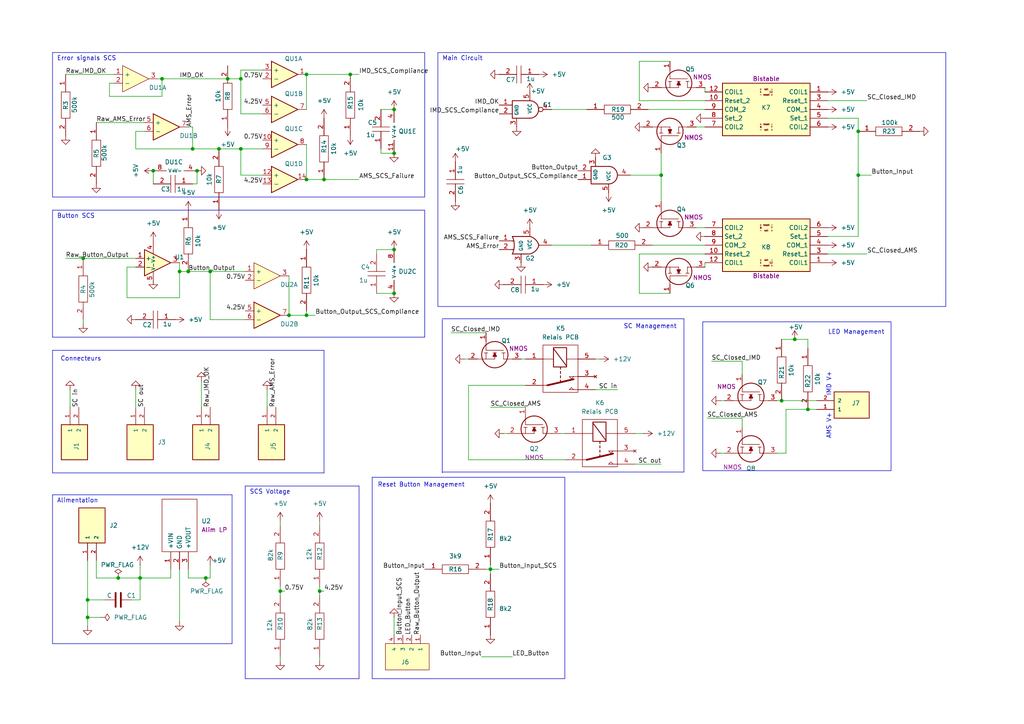
<source format=kicad_sch>
(kicad_sch (version 20231120) (generator "eeschema") (generator_version "8.0")
  (paper "A4")
  (title_block (title "IMD Reset"))
  (junction (at 248.92 50.8))
  (junction (at 88.9 91.44))
  (junction (at 226.695 116.205))
  (junction (at 69.85 43.18))
  (junction (at 55.88 43.18))
  (junction (at 88.9 21.59))
  (junction (at 83.82 91.44))
  (junction (at 88.9 52.07))
  (junction (at 69.85 22.86))
  (junction (at 142.24 165.1))
  (junction (at 191.77 50.8))
  (junction (at 25.4 173.99))
  (junction (at 59.69 167.64))
  (junction (at 114.3 72.39))
  (junction (at 248.92 38.1))
  (junction (at 57.15 49.53))
  (junction (at 230.505 98.425))
  (junction (at 52.07 78.74))
  (junction (at 34.29 167.64))
  (junction (at 81.28 171.45))
  (junction (at 66.04 22.86))
  (junction (at 63.5 43.18))
  (junction (at 101.6 21.59))
  (junction (at 114.3 31.75))
  (junction (at 25.4 179.07))
  (junction (at 44.45 49.53))
  (junction (at 114.3 85.09))
  (junction (at 40.64 167.64))
  (junction (at 114.3 44.45))
  (junction (at 46.99 22.86))
  (junction (at 60.96 78.74))
  (junction (at 234.315 118.745))
  (junction (at 24.13 74.93))
  (junction (at 92.71 171.45))
  (junction (at 93.98 52.07))
  (junction (at 54.61 78.74))
  (wire (pts (xy 134.62 104.14) (xy 135.89 104.14)))
  (wire (pts (xy 46.99 22.86) (xy 66.04 22.86)))
  (wire (pts (xy 226.695 116.205) (xy 236.855 116.205)))
  (wire (pts (xy 234.315 118.745) (xy 236.855 118.745)))
  (polyline (pts (xy 93.98 101.6) (xy 15.24 101.6)))
  (wire (pts (xy 191.77 134.62) (xy 184.15 134.62)))
  (wire (pts (xy 44.45 49.53) (xy 44.45 53.34)))
  (wire (pts (xy 101.6 21.59) (xy 104.14 21.59)))
  (wire (pts (xy 182.88 50.8) (xy 191.77 50.8)))
  (wire (pts (xy 92.71 171.45) (xy 93.98 171.45)))
  (wire (pts (xy 189.23 71.12) (xy 204.47 71.12)))
  (wire (pts (xy 71.12 92.71) (xy 60.96 92.71)))
  (wire (pts (xy 135.89 133.35) (xy 135.89 111.76)))
  (wire (pts (xy 19.05 21.59) (xy 33.02 21.59)))
  (wire (pts (xy 160.02 31.75) (xy 170.18 31.75)))
  (wire (pts (xy 83.82 91.44) (xy 88.9 91.44)))
  (wire (pts (xy 109.22 73.66) (xy 109.22 72.39)))
  (wire (pts (xy 88.9 52.07) (xy 93.98 52.07)))
  (wire (pts (xy 208.915 131.445) (xy 210.185 131.445)))
  (polyline (pts (xy 15.24 186.69) (xy 67.31 186.69)))
  (wire (pts (xy 109.22 72.39) (xy 114.3 72.39)))
  (wire (pts (xy 227.965 118.745) (xy 227.965 131.445)))
  (wire (pts (xy 39.37 113.03) (xy 39.37 118.11)))
  (wire (pts (xy 25.4 173.99) (xy 25.4 179.07)))
  (wire (pts (xy 92.71 170.18) (xy 92.71 171.45)))
  (wire (pts (xy 63.5 43.18) (xy 69.85 43.18)))
  (polyline (pts (xy 15.24 60.96) (xy 15.24 97.79)))
  (wire (pts (xy 162.56 125.73) (xy 163.83 125.73)))
  (wire (pts (xy 81.28 170.18) (xy 81.28 171.45)))
  (wire (pts (xy 251.46 73.66) (xy 240.03 73.66)))
  (wire (pts (xy 66.04 22.86) (xy 69.85 22.86)))
  (wire (pts (xy 204.47 25.4) (xy 204.47 26.67)))
  (wire (pts (xy 185.42 73.66) (xy 185.42 85.09)))
  (wire (pts (xy 135.89 111.76) (xy 152.4 111.76)))
  (wire (pts (xy 187.96 31.75) (xy 204.47 31.75)))
  (wire (pts (xy 60.96 78.74) (xy 60.96 92.71)))
  (polyline (pts (xy 93.98 137.16) (xy 93.98 101.6)))
  (wire (pts (xy 76.2 43.18) (xy 69.85 43.18)))
  (wire (pts (xy 52.07 78.74) (xy 52.07 86.36)))
  (polyline (pts (xy 128.27 136.906) (xy 198.374 136.906)))
  (wire (pts (xy 58.42 110.49) (xy 58.42 118.11)))
  (wire (pts (xy 88.9 21.59) (xy 101.6 21.59)))
  (polyline (pts (xy 67.31 186.69) (xy 67.31 143.51)))
  (wire (pts (xy 20.32 118.11) (xy 20.32 113.03)))
  (wire (pts (xy 49.53 167.64) (xy 40.64 167.64)))
  (polyline (pts (xy 15.24 137.16) (xy 93.98 137.16)))
  (wire (pts (xy 185.42 29.21) (xy 185.42 17.78)))
  (wire (pts (xy 144.78 165.1) (xy 142.24 165.1)))
  (wire (pts (xy 33.02 24.13) (xy 31.75 24.13)))
  (wire (pts (xy 185.42 85.09) (xy 194.31 85.09)))
  (wire (pts (xy 69.85 20.32) (xy 69.85 22.86)))
  (wire (pts (xy 44.45 82.55) (xy 44.45 81.28)))
  (wire (pts (xy 81.28 190.5) (xy 81.28 191.77)))
  (wire (pts (xy 24.13 92.71) (xy 24.13 93.98)))
  (wire (pts (xy 57.15 53.34) (xy 55.88 53.34)))
  (wire (pts (xy 77.47 118.11) (xy 77.47 113.03)))
  (wire (pts (xy 25.4 162.56) (xy 25.4 173.99)))
  (wire (pts (xy 248.92 38.1) (xy 248.92 50.8)))
  (wire (pts (xy 173.99 104.14) (xy 172.72 104.14)))
  (wire (pts (xy 205.105 121.285) (xy 215.265 121.285)))
  (wire (pts (xy 31.75 24.13) (xy 31.75 27.94)))
  (polyline (pts (xy 123.19 60.96) (xy 15.24 60.96)))
  (wire (pts (xy 54.61 78.74) (xy 60.96 78.74)))
  (wire (pts (xy 252.73 50.8) (xy 248.92 50.8)))
  (wire (pts (xy 52.07 76.2) (xy 52.07 78.74)))
  (wire (pts (xy 52.07 78.74) (xy 54.61 78.74)))
  (wire (pts (xy 191.77 44.45) (xy 191.77 50.8)))
  (wire (pts (xy 230.505 98.425) (xy 234.315 98.425)))
  (wire (pts (xy 46.99 27.94) (xy 46.99 22.86)))
  (wire (pts (xy 227.965 118.745) (xy 234.315 118.745)))
  (wire (pts (xy 55.88 43.18) (xy 63.5 43.18)))
  (wire (pts (xy 52.07 165.1) (xy 52.07 180.34)))
  (wire (pts (xy 69.85 43.18) (xy 69.85 50.8)))
  (wire (pts (xy 83.82 80.01) (xy 83.82 91.44)))
  (wire (pts (xy 60.96 163.83) (xy 60.96 167.64)))
  (wire (pts (xy 81.28 171.45) (xy 82.55 171.45)))
  (wire (pts (xy 25.4 181.61) (xy 25.4 179.07)))
  (wire (pts (xy 110.49 43.18) (xy 110.49 44.45)))
  (wire (pts (xy 55.88 36.83) (xy 54.61 36.83)))
  (wire (pts (xy 114.3 179.07) (xy 114.3 184.15)))
  (wire (pts (xy 54.61 165.1) (xy 54.61 167.64)))
  (wire (pts (xy 201.93 66.04) (xy 204.47 66.04)))
  (wire (pts (xy 109.22 85.09) (xy 114.3 85.09)))
  (wire (pts (xy 151.13 104.14) (xy 152.4 104.14)))
  (wire (pts (xy 31.75 27.94) (xy 46.99 27.94)))
  (wire (pts (xy 208.915 116.205) (xy 210.185 116.205)))
  (wire (pts (xy 57.15 53.34) (xy 57.15 49.53)))
  (wire (pts (xy 81.28 151.13) (xy 81.28 152.4)))
  (wire (pts (xy 24.13 74.93) (xy 39.37 74.93)))
  (wire (pts (xy 226.695 98.425) (xy 230.505 98.425)))
  (wire (pts (xy 76.2 50.8) (xy 69.85 50.8)))
  (wire (pts (xy 54.61 167.64) (xy 59.69 167.64)))
  (wire (pts (xy 41.91 38.1) (xy 39.37 38.1)))
  (wire (pts (xy 248.92 34.29) (xy 248.92 38.1)))
  (wire (pts (xy 88.9 41.91) (xy 88.9 52.07)))
  (wire (pts (xy 88.9 91.44) (xy 91.44 91.44)))
  (wire (pts (xy 66.04 19.05) (xy 66.04 22.86)))
  (wire (pts (xy 160.02 71.12) (xy 171.45 71.12)))
  (wire (pts (xy 71.12 78.74) (xy 60.96 78.74)))
  (wire (pts (xy 248.92 50.8) (xy 248.92 68.58)))
  (polyline (pts (xy 104.14 196.85) (xy 71.12 196.85)))
  (wire (pts (xy 92.71 190.5) (xy 92.71 191.77)))
  (wire (pts (xy 69.85 33.02) (xy 76.2 33.02)))
  (wire (pts (xy 226.695 116.205) (xy 225.425 116.205)))
  (wire (pts (xy 179.07 113.03) (xy 172.72 113.03)))
  (wire (pts (xy 39.37 43.18) (xy 55.88 43.18)))
  (wire (pts (xy 163.83 133.35) (xy 135.89 133.35)))
  (polyline (pts (xy 15.24 97.79) (xy 123.19 97.79)))
  (wire (pts (xy 55.88 43.18) (xy 55.88 36.83)))
  (wire (pts (xy 191.77 50.8) (xy 191.77 58.42)))
  (wire (pts (xy 19.05 74.93) (xy 24.13 74.93)))
  (wire (pts (xy 206.375 104.775) (xy 215.265 104.775)))
  (wire (pts (xy 201.93 36.83) (xy 204.47 36.83)))
  (wire (pts (xy 142.24 118.11) (xy 152.4 118.11)))
  (wire (pts (xy 36.83 86.36) (xy 52.07 86.36)))
  (polyline (pts (xy 128.27 92.71) (xy 128.27 137.16)))
  (polyline (pts (xy 15.24 143.51) (xy 15.24 186.69)))
  (wire (pts (xy 39.37 38.1) (xy 39.37 43.18)))
  (wire (pts (xy 142.24 165.1) (xy 142.24 166.37)))
  (wire (pts (xy 34.29 167.64) (xy 40.64 167.64)))
  (wire (pts (xy 240.03 29.21) (xy 251.46 29.21)))
  (wire (pts (xy 81.28 171.45) (xy 81.28 172.72)))
  (wire (pts (xy 76.2 20.32) (xy 69.85 20.32)))
  (wire (pts (xy 142.24 165.1) (xy 140.97 165.1)))
  (wire (pts (xy 110.49 44.45) (xy 114.3 44.45)))
  (wire (pts (xy 29.21 179.07) (xy 25.4 179.07)))
  (wire (pts (xy 92.71 171.45) (xy 92.71 172.72)))
  (wire (pts (xy 49.53 165.1) (xy 49.53 167.64)))
  (wire (pts (xy 185.42 17.78) (xy 194.31 17.78)))
  (wire (pts (xy 140.97 96.52) (xy 130.81 96.52)))
  (wire (pts (xy 88.9 91.44) (xy 88.9 90.17)))
  (wire (pts (xy 59.69 167.64) (xy 60.96 167.64)))
  (wire (pts (xy 92.71 151.13) (xy 92.71 152.4)))
  (polyline (pts (xy 198.374 136.906) (xy 198.374 92.456)))
  (wire (pts (xy 38.1 173.99) (xy 40.64 173.99)))
  (wire (pts (xy 69.85 22.86) (xy 69.85 33.02)))
  (wire (pts (xy 27.94 35.56) (xy 41.91 35.56)))
  (wire (pts (xy 40.64 173.99) (xy 40.64 167.64)))
  (wire (pts (xy 240.03 68.58) (xy 248.92 68.58)))
  (wire (pts (xy 142.24 163.83) (xy 142.24 165.1)))
  (polyline (pts (xy 71.12 140.97) (xy 104.14 140.97)))
  (wire (pts (xy 225.425 131.445) (xy 227.965 131.445)))
  (wire (pts (xy 215.265 104.775) (xy 215.265 108.585)))
  (wire (pts (xy 215.265 121.285) (xy 215.265 123.825)))
  (wire (pts (xy 27.94 167.64) (xy 34.29 167.64)))
  (wire (pts (xy 234.315 98.425) (xy 234.315 100.965)))
  (polyline (pts (xy 15.24 101.6) (xy 15.24 137.16)))
  (wire (pts (xy 185.42 29.21) (xy 204.47 29.21)))
  (wire (pts (xy 27.94 162.56) (xy 27.94 167.64)))
  (wire (pts (xy 240.03 34.29) (xy 248.92 34.29)))
  (wire (pts (xy 204.47 76.2) (xy 204.47 77.47)))
  (wire (pts (xy 39.37 77.47) (xy 36.83 77.47)))
  (wire (pts (xy 104.14 52.07) (xy 93.98 52.07)))
  (wire (pts (xy 184.15 125.73) (xy 186.69 125.73)))
  (wire (pts (xy 139.7 190.5) (xy 148.59 190.5)))
  (wire (pts (xy 185.42 73.66) (xy 204.47 73.66)))
  (wire (pts (xy 46.99 22.86) (xy 45.72 22.86)))
  (polyline (pts (xy 71.12 140.97) (xy 71.12 196.85)))
  (polyline (pts (xy 104.14 140.97) (xy 104.14 196.85)))
  (wire (pts (xy 40.64 163.83) (xy 40.64 167.64)))
  (wire (pts (xy 146.05 125.73) (xy 147.32 125.73)))
  (polyline (pts (xy 67.31 143.51) (xy 15.24 143.51)))
  (wire (pts (xy 36.83 77.47) (xy 36.83 86.36)))
  (wire (pts (xy 25.4 173.99) (xy 30.48 173.99)))
  (polyline (pts (xy 198.374 92.456) (xy 128.27 92.456)))
  (wire (pts (xy 110.49 31.75) (xy 114.3 31.75)))
  (wire (pts (xy 88.9 21.59) (xy 88.9 31.75)))
  (polyline (pts (xy 123.19 97.79) (xy 123.19 60.96)))
  (rectangle (start 127 15.24) (end 274.32 88.9))
  (rectangle (start 203.835 93.345) (end 258.445 136.525))
  (rectangle (start 107.95 138.43) (end 163.83 196.85))
  (rectangle (start 15.24 15.24) (end 123.19 57.15))
  (text "Error signals SCS" (at 16.51 17.78 0) (effects (font (size 1.27 1.27)) (justify left bottom)))
  (text "IMD V+\n" (at 241.173 114.935 90) (effects (font (size 1.27 1.27)) (justify left bottom)))
  (text "Button SCS\n" (at 16.51 63.5 0) (effects (font (size 1.27 1.27)) (justify left bottom)))
  (text "AMS V+\n" (at 241.173 127.381 90) (effects (font (size 1.27 1.27)) (justify left bottom)))
  (text "Alimentation\n" (at 16.51 146.05 0) (effects (font (size 1.27 1.27)) (justify left bottom)))
  (text "SC Management" (at 180.848 95.504 0) (effects (font (size 1.27 1.27)) (justify left bottom)))
  (text "Main Circuit" (at 128.27 17.78 0) (effects (font (size 1.27 1.27)) (justify left bottom)))
  (text "Reset Button Management" (at 122.174 140.716 0) (effects (font (size 1.27 1.27))))
  (text "SCS Voltage" (at 72.39 143.51 0) (effects (font (size 1.27 1.27)) (justify left bottom)))
  (text "LED Management" (at 240.157 97.155 0) (effects (font (size 1.27 1.27)) (justify left bottom)))
  (text "Connecteurs\n" (at 17.526 104.902 0) (effects (font (size 1.27 1.27)) (justify left bottom)))
  (label "4.25V" (at 93.98 171.45 0))
  (label "Raw_AMS_Error" (at 80.01 118.11 90))
  (label "Button_Output_SCS_Compliance" (at 167.64 52.07 180))
  (label "Button_Output_SCS_Compliance" (at 91.44 91.44 0))
  (label "0.75V" (at 82.55 171.45 0))
  (label "SC in" (at 179.07 113.03 180))
  (label "SC_Closed_AMS" (at 205.105 121.285 0))
  (label "Raw_IMD_OK" (at 60.96 118.11 90))
  (label "IMD_SCS_Compliance" (at 144.78 33.02 180))
  (label "Button_Input_SCS" (at 116.84 184.15 90))
  (label "0.75V" (at 76.2 22.86 180))
  (label "SC out" (at 191.77 134.62 180))
  (label "Button_Input" (at 139.7 190.5 180))
  (label "Button_Input" (at 252.73 50.8 0))
  (label "IMD_OK" (at 52.07 22.86 0))
  (label "0.75V" (at 71.12 81.28 180))
  (label "4.25V" (at 76.2 53.34 180))
  (label "Raw_Button_Output" (at 121.92 184.15 90))
  (label "IMD_SCS_Compliance" (at 104.14 21.59 0))
  (label "SC_Closed_IMD" (at 206.375 104.775 0))
  (label "Button_Input_SCS" (at 144.78 165.1 0))
  (label "SC in" (at 22.86 118.11 90))
  (label "0.75V" (at 76.2 40.64 180))
  (label "LED_Button" (at 119.38 184.15 90))
  (label "Raw_IMD_OK" (at 19.05 21.59 0))
  (label "4.25V" (at 76.2 30.48 180))
  (label "SC out" (at 41.91 118.11 90))
  (label "AMS_SCS_Failure" (at 104.14 52.07 0))
  (label "4.25V" (at 71.12 90.17 180))
  (label "SC_Closed_AMS" (at 142.24 118.11 0))
  (label "Button_Output" (at 167.64 49.53 180))
  (label "IMD_OK" (at 144.78 30.48 180))
  (label "Button_Output" (at 54.61 78.74 0))
  (label "AMS_SCS_Failure" (at 144.78 69.85 180))
  (label "Raw_Button_Output" (at 19.05 74.93 0))
  (label "LED_Button" (at 148.59 190.5 0))
  (label "AMS_Error" (at 144.78 72.39 180))
  (label "Raw_AMS_Error" (at 27.94 35.56 0))
  (label "Button_Input" (at 123.19 165.1 180))
  (label "SC_Closed_IMD" (at 251.46 29.21 0))
  (label "SC_Closed_IMD" (at 130.81 96.52 0))
  (label "SC_Closed_AMS" (at 251.46 73.66 0))
  (label "AMS_Error" (at 55.88 36.83 90))
  (symbol (lib_id "power:+5V") (at 142.24 146.05 0) (mirror y) (unit 1)
    (property "Reference" "#PWR017" (effects (hide yes)))
    (property "Value" "+5V" (at 142.24 140.97 0))
    (property "Description" "Power symbol creates a global label with name \"+5V\"" (effects (hide yes)))
  )
  (symbol (lib_name "NMOS SQ2348ES-T1_GE3_1") (lib_id "EPSA_Lib:NMOS SQ2348ES-T1_GE3") (at 210.185 131.445 0) (unit 1)
    (property "Reference" "Q8" (at 217.805 135.89 0))
    (property "Value" "NMOS SQ2348ES-T1_GE3" (effects (hide yes)))
    (property "Footprint" "EPSA_lib:SOT95P237X112-3N" (effects (hide yes)))
    (property "Datasheet" "http://www.vishay.com/docs/63706/sq2348es.pdf" (effects (hide yes)))
    (property "Description" "VISHAY - SQ2348ES-T1_GE3 - MOSFET, AEC-Q101, N-CH, 30V, SOT-23" (effects (hide yes)))
    (property "Sim.Pins" "3=1 1=2 2=3" (effects (hide yes)))
    (property "Sim.Device" "SPICE" (effects (hide yes)))
    (property "Sim.Params" "type=\"X\" model=\"SQ2348ES\" lib=\"${EPSA_lib}\\SpiceModel\\NMOS_SQ2348ES_PS Rev A.LIB\"" (effects (hide yes)))
    (property "Height" "1.12" (effects (hide yes)))
    (property "Manufacturer_Name" "Vishay" (effects (hide yes)))
    (property "Manufacturer_Part_Number" "SQ2348ES-T1_GE3" (effects (hide yes)))
    (property "Mouser Part Number" "781-SQ2348ES-T1_GE3" (effects (hide yes)))
    (property "Mouser Price/Stock" "https://www.mouser.co.uk/ProductDetail/Vishay-Siliconix/SQ2348ES-T1_GE3?qs=jHkklCh7amgC88blremf%252Bw%3D%3D" (effects (hide yes)))
    (property "Render Name" "NMOS" (at 212.471 135.509 0))
  )
  (symbol (lib_id "power:+5V") (at 92.71 151.13 0) (unit 1)
    (property "Reference" "#PWR011" (effects (hide yes)))
    (property "Value" "+5V" (at 92.71 146.05 0))
    (property "Description" "Power symbol creates a global label with name \"+5V\"" (effects (hide yes)))
  )
  (symbol (lib_id "power:+5V") (at 44.45 49.53 90) (unit 1)
    (property "Reference" "#PWR02" (effects (hide yes)))
    (property "Value" "+5V" (at 39.37 49.53 0))
    (property "Description" "Power symbol creates a global label with name \"+5V\"" (effects (hide yes)))
  )
  (symbol (lib_id "power:GND") (at 204.47 34.29 270) (unit 1)
    (property "Reference" "#GND031" (effects (hide yes)))
    (property "Value" "GND" (effects (hide yes)))
    (property "Description" "Power symbol creates a global label with name \"GND\" , ground" (effects (hide yes)))
  )
  (symbol (lib_id "EPSA_Lib:Gate OR SN74AHCT1G32DBVR") (at 148.59 71.12 0) (unit 1)
    (property "Reference" "G2" (at 152.4 74.93 0) (effects (justify left)))
    (property "Value" "Gate OR SN74AHCT1G32DBVR" (effects (hide yes)))
    (property "Footprint" "EPSA_lib:SOT95P280X145-5N" (effects (hide yes)))
    (property "Datasheet" "http://www.ti.com/lit/ds/symlink/sn74ahct1g32.pdf" (effects (hide yes)))
    (property "Description" "2-Input Positive-OR Gate SN74AHCT1G32DBV" (effects (hide yes)))
    (property "Sim.Pins" "4=1 1=2 2=3 5=4 3=5" (effects (hide yes)))
    (property "Sim.Device" "SPICE" (effects (hide yes)))
    (property "Sim.Params" "type=\"X\" model=\"SN74AHCT1G32\" lib=\"${EPSA_lib}\\SpiceModel\\OR_SN74AHCT1G32.lib\"" (effects (hide yes)))
    (property "Height" "1.45" (effects (hide yes)))
    (property "Manufacturer_Name" "Texas Instruments" (effects (hide yes)))
    (property "Manufacturer_Part_Number" "SN74AHCT1G32DBVR" (effects (hide yes)))
    (property "Mouser Part Number" "595-SN74AHCT1G32DBVR" (effects (hide yes)))
    (property "Mouser Price/Stock" "https://www.mouser.co.uk/ProductDetail/Texas-Instruments/SN74AHCT1G32DBVR?qs=0le1rQK8zxpIB8pUTaKa9Q%3D%3D" (effects (hide yes)))
    (property "Arrow Part Number" "SN74AHCT1G32DBVR" (effects (hide yes)))
    (property "Arrow Price/Stock" "https://www.arrow.com/en/products/sn74ahct1g32dbvr/texas-instruments" (effects (hide yes)))
    (property "Render Name" "Gate OR" (effects (hide yes)))
  )
  (symbol (lib_id "power:+5V") (at 81.28 151.13 0) (unit 1)
    (property "Reference" "#PWR09" (effects (hide yes)))
    (property "Value" "+5V" (at 81.28 146.05 0))
    (property "Description" "Power symbol creates a global label with name \"+5V\"" (effects (hide yes)))
  )
  (symbol (lib_id "EPSA_Lib:Condensateur 0805Y1000104JXT") (at 156.21 21.59 180) (unit 1)
    (property "Reference" "C7" (at 148.082 23.114 0))
    (property "Value" "1u" (at 153.924 22.86 0))
    (property "Footprint" "EPSA_lib:CAPC2012X130N" (effects (hide yes)))
    (property "Datasheet" "http://docs-europe.electrocomponents.com/webdocs/119d/0900766b8119d7bc.pdf" (effects (hide yes)))
    (property "Description" "Syfer 0805 Ceramic Chip Capacitors" (effects (hide yes)))
    (property "Sim.Pins" "1=+ 2=-" (effects (hide yes)))
    (property "Sim.Device" "C" (effects (hide yes)))
    (property "Height" "1.3" (effects (hide yes)))
    (property "Manufacturer_Name" "Syfer" (effects (hide yes)))
    (property "Manufacturer_Part_Number" "0805Y1000104JXT" (effects (hide yes)))
    (property "Render Name" "Condensateur" (effects (hide yes)))
  )
  (symbol (lib_id "power:GND") (at 20.32 113.03 180) (unit 1)
    (property "Reference" "#GND02" (effects (hide yes)))
    (property "Value" "GND" (effects (hide yes)))
    (property "Description" "Power symbol creates a global label with name \"GND\" , ground" (effects (hide yes)))
  )
  (symbol (lib_id "power:GND") (at 134.62 104.14 270) (unit 1)
    (property "Reference" "#GND019" (effects (hide yes)))
    (property "Value" "GND" (effects (hide yes)))
    (property "Description" "Power symbol creates a global label with name \"GND\" , ground" (effects (hide yes)))
  )
  (symbol (lib_id "power:GND") (at 58.42 110.49 180) (unit 1)
    (property "Reference" "#GND011" (effects (hide yes)))
    (property "Value" "GND" (effects (hide yes)))
    (property "Description" "Power symbol creates a global label with name \"GND\" , ground" (effects (hide yes)))
  )
  (symbol (lib_id "EPSA_Lib:Résistance RK73H2BLTDD2152F") (at 19.05 21.59 270) (unit 1)
    (property "Reference" "R3" (at 19.05 29.21 0) (effects (justify left)))
    (property "Value" "500k" (at 21.59 27.94 0) (effects (justify left)))
    (property "Footprint" "EPSA_lib:RESC3216X70N" (effects (hide yes)))
    (property "Datasheet" "http://www.koaspeer.com/catimages/Products/RK73H/RK73H.pdf" (effects (hide yes)))
    (property "Description" "Thick Film Resistors - SMD" (effects (hide yes)))
    (property "Height" "0.7" (effects (hide yes)))
    (property "Manufacturer_Name" "KOA Speer" (effects (hide yes)))
    (property "Manufacturer_Part_Number" "RK73H2BLTDD2152F" (effects (hide yes)))
    (property "Mouser Part Number" "N/A" (effects (hide yes)))
    (property "Mouser Price/Stock" "https://www.mouser.co.uk/ProductDetail/KOA-Speer/RK73H2BLTDD2152F?qs=WeIALVmW3zmyxMFsjVzMRw%3D%3D" (effects (hide yes)))
    (property "Sim.Device" "R" (effects (hide yes)))
    (property "Sim.Params" "type=\"R\" model=\"10k\" lib=\"\"" (effects (hide yes)))
    (property "Sim.Pins" "1=+ 2=-" (effects (hide yes)))
    (property "Render Name" "Résistance" (effects (hide yes)))
  )
  (symbol (lib_id "power:+12V") (at 230.505 98.425 0) (unit 1)
    (property "Reference" "#PWR025" (effects (hide yes)))
    (property "Value" "+5V" (at 230.759 94.869 0))
    (property "Description" "Power symbol creates a global label with name \"+12V\"" (effects (hide yes)))
  )
  (symbol (lib_id "EPSA_Lib:Opamp_Dual") (at 35.56 22.86 0) (unit 1)
    (property "Reference" "DU1" (at 43.18 25.4 0) (effects (justify left)))
    (property "Value" "Opamp_Dual" (effects (hide yes)))
    (property "Footprint" "Package_SO:TSSOP-8_4.4x3mm_P0.65mm" (effects (hide yes)))
    (property "Datasheet" "https://www.ti.com/lit/gpn/tlv9064-q1" (effects (hide yes)))
    (property "Description" "Dual operational amplifier" (effects (hide yes)))
    (property "Manufacturer_Name" "Texas Instruments" (effects (hide yes)))
    (property "Manufacturer_Part_Number" "TLV9062QPWRQ1 " (effects (hide yes)))
    (property "Mouser Part Number" "595-TLV9062QPWRQ1 " (effects (hide yes)))
  )
  (symbol (lib_id "power:GND") (at 149.86 36.83 0) (unit 1)
    (property "Reference" "#GND024" (effects (hide yes)))
    (property "Value" "GND" (effects (hide yes)))
    (property "Description" "Power symbol creates a global label with name \"GND\" , ground" (effects (hide yes)))
  )
  (symbol (lib_id "power:+5V") (at 240.03 71.12 270) (unit 1)
    (property "Reference" "#PWR030" (effects (hide yes)))
    (property "Value" "+5V" (at 243.84 71.12 90) (effects (justify left)))
    (property "Description" "Power symbol creates a global label with name \"+5V\"" (effects (hide yes)))
  )
  (symbol (lib_id "EPSA_Lib:Opamp_Dual") (at 73.66 91.44 0) (unit 2)
    (property "Reference" "DU2" (at 81.28 93.98 0) (effects (justify left)))
    (property "Value" "Opamp_Dual" (effects (hide yes)))
    (property "Footprint" "Package_SO:TSSOP-8_4.4x3mm_P0.65mm" (effects (hide yes)))
    (property "Datasheet" "https://www.ti.com/lit/gpn/tlv9064-q1" (effects (hide yes)))
    (property "Description" "Dual operational amplifier" (effects (hide yes)))
    (property "Manufacturer_Name" "Texas Instruments" (effects (hide yes)))
    (property "Manufacturer_Part_Number" "TLV9062QPWRQ1 " (effects (hide yes)))
    (property "Mouser Part Number" "595-TLV9062QPWRQ1 " (effects (hide yes)))
  )
  (symbol (lib_id "power:GND") (at 44.45 81.28 0) (unit 1)
    (property "Reference" "#GND08" (effects (hide yes)))
    (property "Value" "GND" (effects (hide yes)))
    (property "Description" "Power symbol creates a global label with name \"GND\" , ground" (effects (hide yes)))
  )
  (symbol (lib_id "power:GND") (at 172.72 45.72 180) (unit 1)
    (property "Reference" "#GND026" (effects (hide yes)))
    (property "Value" "GND" (effects (hide yes)))
    (property "Description" "Power symbol creates a global label with name \"GND\" , ground" (effects (hide yes)))
  )
  (symbol (lib_id "EPSA_Lib:Résistance RK73H2BLTDD2152F") (at 88.9 72.39 270) (unit 1)
    (property "Reference" "R11" (at 88.9 80.01 0) (effects (justify left)))
    (property "Value" "10k" (at 91.694 79.502 0) (effects (justify left)))
    (property "Footprint" "EPSA_lib:RESC3216X70N" (effects (hide yes)))
    (property "Datasheet" "http://www.koaspeer.com/catimages/Products/RK73H/RK73H.pdf" (effects (hide yes)))
    (property "Description" "Thick Film Resistors - SMD" (effects (hide yes)))
    (property "Height" "0.7" (effects (hide yes)))
    (property "Manufacturer_Name" "KOA Speer" (effects (hide yes)))
    (property "Manufacturer_Part_Number" "RK73H2BLTDD2152F" (effects (hide yes)))
    (property "Mouser Part Number" "N/A" (effects (hide yes)))
    (property "Mouser Price/Stock" "https://www.mouser.co.uk/ProductDetail/KOA-Speer/RK73H2BLTDD2152F?qs=WeIALVmW3zmyxMFsjVzMRw%3D%3D" (effects (hide yes)))
    (property "Sim.Device" "R" (effects (hide yes)))
    (property "Sim.Params" "type=\"R\" model=\"10k\" lib=\"\"" (effects (hide yes)))
    (property "Sim.Pins" "1=+ 2=-" (effects (hide yes)))
    (property "Render Name" "Résistance" (effects (hide yes)))
  )
  (symbol (lib_id "power:+5V") (at 88.9 72.39 0) (unit 1)
    (property "Reference" "#PWR010" (effects (hide yes)))
    (property "Value" "+5V" (at 88.9 67.31 0))
    (property "Description" "Power symbol creates a global label with name \"+5V\"" (effects (hide yes)))
  )
  (symbol (lib_id "EPSA_Lib:Gate AND SN74AHCT1G08DBVR") (at 171.45 50.8 0) (mirror x) (unit 1)
    (property "Reference" "G3" (at 174.7284 45.72 0) (effects (justify left)))
    (property "Value" "Gate AND SN74AHCT1G08DBVR" (effects (hide yes)))
    (property "Footprint" "EPSA_lib:SOT95P280X145-5N" (effects (hide yes)))
    (property "Datasheet" "https://datasheet.datasheetarchive.com/originals/distributors/SFDatasheet-6/sf-000128638.pdf" (effects (hide yes)))
    (property "Description" "SN74AHCT1G08DBVR, Logic Gate 2 Input AND, AHCT, 8mA 5V 5-Pin SOT-23" (effects (hide yes)))
    (property "Sim.Pins" "4=1 1=2 2=3 5=4 3=5" (effects (hide yes)))
    (property "Sim.Device" "SPICE" (effects (hide yes)))
    (property "Sim.Params" "type=\"X\" model=\"SN74AHC1G08\" lib=\"${EPSA_lib}\\SpiceModel\\AND_SN74AHC1G08.lib\"" (effects (hide yes)))
    (property "Height" "1.45" (effects (hide yes)))
    (property "Manufacturer_Name" "Texas Instruments" (effects (hide yes)))
    (property "Manufacturer_Part_Number" "SN74AHCT1G08DBVR" (effects (hide yes)))
    (property "Mouser Part Number" "595-SN74AHCT1G08DBVR" (effects (hide yes)))
    (property "Mouser Price/Stock" "https://www.mouser.co.uk/ProductDetail/Texas-Instruments/SN74AHCT1G08DBVR?qs=8Pd2FuFSoMGY9AK%2Ftqwbcw%3D%3D" (effects (hide yes)))
    (property "Arrow Part Number" "SN74AHCT1G08DBVR" (effects (hide yes)))
    (property "Arrow Price/Stock" "https://www.arrow.com/en/products/sn74ahct1g08dbvr/texas-instruments?region=nac" (effects (hide yes)))
    (property "Render Name" "Gate AND" (effects (hide yes)))
  )
  (symbol (lib_id "EPSA_Lib:Opamp_Dual") (at 50.8 49.53 90) (unit 3)
    (property "Reference" "DU1" (at 53.086 46.99 90) (effects (justify left)))
    (property "Value" "Opamp_Dual" (effects (hide yes)))
    (property "Footprint" "Package_SO:TSSOP-8_4.4x3mm_P0.65mm" (effects (hide yes)))
    (property "Datasheet" "https://www.ti.com/lit/gpn/tlv9064-q1" (effects (hide yes)))
    (property "Description" "Dual operational amplifier" (effects (hide yes)))
    (property "Manufacturer_Name" "Texas Instruments" (effects (hide yes)))
    (property "Manufacturer_Part_Number" "TLV9062QPWRQ1 " (effects (hide yes)))
    (property "Mouser Part Number" "595-TLV9062QPWRQ1 " (effects (hide yes)))
  )
  (symbol (lib_id "power:GND") (at 151.13 76.2 0) (unit 1)
    (property "Reference" "#GND025" (effects (hide yes)))
    (property "Value" "GND" (effects (hide yes)))
    (property "Description" "Power symbol creates a global label with name \"GND\" , ground" (effects (hide yes)))
  )
  (symbol (lib_id "EPSA_Lib:Résistance RK73H2BLTDD2152F") (at 24.13 74.93 270) (unit 1)
    (property "Reference" "R4" (at 24.13 82.55 0) (effects (justify left)))
    (property "Value" "500k" (at 26.67 81.534 0) (effects (justify left)))
    (property "Footprint" "EPSA_lib:RESC3216X70N" (effects (hide yes)))
    (property "Datasheet" "http://www.koaspeer.com/catimages/Products/RK73H/RK73H.pdf" (effects (hide yes)))
    (property "Description" "Thick Film Resistors - SMD" (effects (hide yes)))
    (property "Height" "0.7" (effects (hide yes)))
    (property "Manufacturer_Name" "KOA Speer" (effects (hide yes)))
    (property "Manufacturer_Part_Number" "RK73H2BLTDD2152F" (effects (hide yes)))
    (property "Mouser Part Number" "N/A" (effects (hide yes)))
    (property "Mouser Price/Stock" "https://www.mouser.co.uk/ProductDetail/KOA-Speer/RK73H2BLTDD2152F?qs=WeIALVmW3zmyxMFsjVzMRw%3D%3D" (effects (hide yes)))
    (property "Sim.Device" "R" (effects (hide yes)))
    (property "Sim.Params" "type=\"R\" model=\"10k\" lib=\"\"" (effects (hide yes)))
    (property "Sim.Pins" "1=+ 2=-" (effects (hide yes)))
    (property "Render Name" "Résistance" (effects (hide yes)))
  )
  (symbol (lib_id "power:GND") (at 114.3 85.09 0) (unit 1)
    (property "Reference" "#GND016" (effects (hide yes)))
    (property "Value" "GND" (effects (hide yes)))
    (property "Description" "Power symbol creates a global label with name \"GND\" , ground" (effects (hide yes)))
  )
  (symbol (lib_id "EPSA_Lib:Résistance RK73H2BLTDD2152F") (at 101.6 39.37 90) (unit 1)
    (property "Reference" "R15" (at 101.6 31.75 0) (effects (justify left)))
    (property "Value" "10k" (at 104.648 32.258 0) (effects (justify left)))
    (property "Footprint" "EPSA_lib:RESC3216X70N" (effects (hide yes)))
    (property "Datasheet" "http://www.koaspeer.com/catimages/Products/RK73H/RK73H.pdf" (effects (hide yes)))
    (property "Description" "Thick Film Resistors - SMD" (effects (hide yes)))
    (property "Height" "0.7" (effects (hide yes)))
    (property "Manufacturer_Name" "KOA Speer" (effects (hide yes)))
    (property "Manufacturer_Part_Number" "RK73H2BLTDD2152F" (effects (hide yes)))
    (property "Mouser Part Number" "N/A" (effects (hide yes)))
    (property "Mouser Price/Stock" "https://www.mouser.co.uk/ProductDetail/KOA-Speer/RK73H2BLTDD2152F?qs=WeIALVmW3zmyxMFsjVzMRw%3D%3D" (effects (hide yes)))
    (property "Sim.Device" "R" (effects (hide yes)))
    (property "Sim.Params" "type=\"R\" model=\"10k\" lib=\"\"" (effects (hide yes)))
    (property "Sim.Pins" "1=+ 2=-" (effects (hide yes)))
    (property "Render Name" "Résistance" (effects (hide yes)))
  )
  (symbol (lib_id "EPSA_Lib:Résistance RK73H2BLTDD2152F") (at 171.45 71.12 0) (unit 1)
    (property "Reference" "R20" (at 178.308 71.12 0) (effects (justify left)))
    (property "Value" "500" (at 178.562 68.326 0) (effects (justify left)))
    (property "Footprint" "EPSA_lib:RESC3216X70N" (effects (hide yes)))
    (property "Datasheet" "http://www.koaspeer.com/catimages/Products/RK73H/RK73H.pdf" (effects (hide yes)))
    (property "Description" "Thick Film Resistors - SMD" (effects (hide yes)))
    (property "Height" "0.7" (effects (hide yes)))
    (property "Manufacturer_Name" "KOA Speer" (effects (hide yes)))
    (property "Manufacturer_Part_Number" "RK73H2BLTDD2152F" (effects (hide yes)))
    (property "Mouser Part Number" "N/A" (effects (hide yes)))
    (property "Mouser Price/Stock" "https://www.mouser.co.uk/ProductDetail/KOA-Speer/RK73H2BLTDD2152F?qs=WeIALVmW3zmyxMFsjVzMRw%3D%3D" (effects (hide yes)))
    (property "Sim.Device" "R" (effects (hide yes)))
    (property "Sim.Params" "type=\"R\" model=\"10k\" lib=\"\"" (effects (hide yes)))
    (property "Sim.Pins" "1=+ 2=-" (effects (hide yes)))
    (property "Render Name" "Résistance" (effects (hide yes)))
  )
  (symbol (lib_name "NMOS SQ2348ES-T1_GE3_1") (lib_id "EPSA_Lib:NMOS SQ2348ES-T1_GE3") (at 147.32 125.73 0) (unit 1)
    (property "Reference" "Q2" (at 154.94 130.175 0))
    (property "Value" "NMOS SQ2348ES-T1_GE3" (effects (hide yes)))
    (property "Footprint" "EPSA_lib:SOT95P237X112-3N" (effects (hide yes)))
    (property "Datasheet" "http://www.vishay.com/docs/63706/sq2348es.pdf" (effects (hide yes)))
    (property "Description" "VISHAY - SQ2348ES-T1_GE3 - MOSFET, AEC-Q101, N-CH, 30V, SOT-23" (effects (hide yes)))
    (property "Sim.Pins" "3=1 1=2 2=3" (effects (hide yes)))
    (property "Sim.Device" "SPICE" (effects (hide yes)))
    (property "Sim.Params" "type=\"X\" model=\"SQ2348ES\" lib=\"${EPSA_lib}\\SpiceModel\\NMOS_SQ2348ES_PS Rev A.LIB\"" (effects (hide yes)))
    (property "Height" "1.12" (effects (hide yes)))
    (property "Manufacturer_Name" "Vishay" (effects (hide yes)))
    (property "Manufacturer_Part_Number" "SQ2348ES-T1_GE3" (effects (hide yes)))
    (property "Mouser Part Number" "781-SQ2348ES-T1_GE3" (effects (hide yes)))
    (property "Mouser Price/Stock" "https://www.mouser.co.uk/ProductDetail/Vishay-Siliconix/SQ2348ES-T1_GE3?qs=jHkklCh7amgC88blremf%252Bw%3D%3D" (effects (hide yes)))
    (property "Render Name" "NMOS" (at 154.94 132.715 0))
  )
  (symbol (lib_id "power:GND") (at 52.07 180.34 0) (unit 1)
    (property "Reference" "#GND09" (effects (hide yes)))
    (property "Value" "GND" (effects (hide yes)))
    (property "Description" "Power symbol creates a global label with name \"GND\" , ground" (effects (hide yes)))
  )
  (symbol (lib_id "power:PWR_FLAG") (at 34.29 167.64 0) (unit 1)
    (property "Reference" "#FLG02" (effects (hide yes)))
    (property "Value" "PWR_FLAG" (at 29.21 163.83 0) (effects (justify left)))
    (property "Description" "Special symbol for telling ERC where power comes from" (effects (hide yes)))
  )
  (symbol (lib_id "EPSA_Lib:Bistable V23079B1201B301") (at 240.03 26.67 0) (mirror y) (unit 1)
    (property "Reference" "K7" (at 223.52 30.48 0) (effects (justify left top)))
    (property "Value" "Bistable V23079B1201B301" (effects (hide yes)))
    (property "Footprint" "EPSA_lib:V23079B1201B301" (effects (hide yes)))
    (property "Datasheet" "https://www.te.com/commerce/DocumentDelivery/DDEController?Action=showdoc&DocId=Data+Sheet%7FP2_Relay%7FZ14%7Fpdf%7FEnglish%7FENG_DS_P2_Relay_Z14.pdf%7F3-1393788-3" (effects (hide yes)))
    (property "Description" "TE CONNECTIVITY / AXICOM - V23079B1201B301 - RELAY, SIGNAL, DPDT, 250VAC, 220VDC, 2A" (effects (hide yes)))
    (property "Height" "9.9" (effects (hide yes)))
    (property "Mouser Part Number" "655-V23079B1201B301" (effects (hide yes)))
    (property "Mouser Price/Stock" "https://www.mouser.co.uk/ProductDetail/TE-Connectivity-Axicom/V23079B1201B301?qs=Mpp7pS3%252Boa448t%252ByTVqVnw%3D%3D" (effects (hide yes)))
    (property "Manufacturer_Name" "TE Connectivity" (effects (hide yes)))
    (property "Manufacturer_Part_Number" "V23079B1201B301" (effects (hide yes)))
    (property "Render Name" "Bistable" (at 222.25 22.86 0))
  )
  (symbol (lib_id "power:GND") (at 77.47 113.03 180) (unit 1)
    (property "Reference" "#GND012" (effects (hide yes)))
    (property "Value" "GND" (effects (hide yes)))
    (property "Description" "Power symbol creates a global label with name \"GND\" , ground" (effects (hide yes)))
  )
  (symbol (lib_id "EPSA_Lib:Résistance RK73H2BLTDD2152F") (at 123.19 165.1 0) (mirror x) (unit 1)
    (property "Reference" "R16" (at 132.08 165.1 0))
    (property "Value" "3k9" (at 132.08 161.29 0))
    (property "Footprint" "EPSA_lib:RESC3216X70N" (effects (hide yes)))
    (property "Datasheet" "http://www.koaspeer.com/catimages/Products/RK73H/RK73H.pdf" (effects (hide yes)))
    (property "Description" "Thick Film Resistors - SMD" (effects (hide yes)))
    (property "Sim.Pins" "1=+ 2=-" (effects (hide yes)))
    (property "Sim.Device" "R" (effects (hide yes)))
    (property "Height" "0.7" (effects (hide yes)))
    (property "Manufacturer_Name" "KOA Speer" (effects (hide yes)))
    (property "Manufacturer_Part_Number" "RK73H2BLTDD2152F" (effects (hide yes)))
    (property "Mouser Part Number" "N/A" (effects (hide yes)))
    (property "Mouser Price/Stock" "https://www.mouser.co.uk/ProductDetail/KOA-Speer/RK73H2BLTDD2152F?qs=WeIALVmW3zmyxMFsjVzMRw%3D%3D" (effects (hide yes)))
    (property "Render Name" "Résistance" (effects (hide yes)))
  )
  (symbol (lib_id "EPSA_Lib:Résistance RK73H2BLTDD2152F") (at 92.71 170.18 90) (unit 1)
    (property "Reference" "R12" (at 92.71 162.56 0) (effects (justify left)))
    (property "Value" "12k" (at 89.662 162.56 0) (effects (justify left)))
    (property "Footprint" "EPSA_lib:RESC3216X70N" (effects (hide yes)))
    (property "Datasheet" "http://www.koaspeer.com/catimages/Products/RK73H/RK73H.pdf" (effects (hide yes)))
    (property "Description" "Thick Film Resistors - SMD" (effects (hide yes)))
    (property "Height" "0.7" (effects (hide yes)))
    (property "Manufacturer_Name" "KOA Speer" (effects (hide yes)))
    (property "Manufacturer_Part_Number" "RK73H2BLTDD2152F" (effects (hide yes)))
    (property "Mouser Part Number" "N/A" (effects (hide yes)))
    (property "Mouser Price/Stock" "https://www.mouser.co.uk/ProductDetail/KOA-Speer/RK73H2BLTDD2152F?qs=WeIALVmW3zmyxMFsjVzMRw%3D%3D" (effects (hide yes)))
    (property "Render Name" "Résistance" (effects (hide yes)))
    (property "Sim.Device" "R" (effects (hide yes)))
    (property "Sim.Params" "type=\"R\" model=\"2k\" lib=\"\"" (effects (hide yes)))
    (property "Sim.Pins" "1=+ 2=-" (effects (hide yes)))
  )
  (symbol (lib_id "EPSA_Lib:Alim LP TSR_0.5-2450") (at 54.61 163.83 90) (unit 1)
    (property "Reference" "U2" (at 58.42 151.1299 90) (effects (justify right)))
    (property "Value" "Alim LP TSR_0.5-2450" (effects (hide yes)))
    (property "Footprint" "EPSA_lib:TSR-0.5-2433" (effects (hide yes)))
    (property "Datasheet" "https://tracopower.com/tsr0-5-datasheet/" (effects (hide yes)))
    (property "Description" "0.5 Amp POL switching regulator, 4.75 to -32 VDC input, pos.-pos. circuit, LM78 compatible, SIP-3" (effects (hide yes)))
    (property "Sim.Pins" "1=1 2=2 3=3" (effects (hide yes)))
    (property "Sim.Device" "SPICE" (effects (hide yes)))
    (property "Sim.Params" "type=\"R\" model=\"Alim LP TSR_0.5-2450\" lib=\"\"" (effects (hide yes)))
    (property "Manufacturer_Name" "Traco Power" (effects (hide yes)))
    (property "Manufacturer_Part_Number" "TSR 0.5-2450" (effects (hide yes)))
    (property "Mouser Part Number" "495-TSR0.5-2450" (effects (hide yes)))
    (property "Mouser Price/Stock" "https://www.mouser.co.uk/ProductDetail/TRACO-Power/TSR-0.5-2450?qs=ckJk83FOD0XpEgQBSwF%2FIw%3D%3D" (effects (hide yes)))
    (property "Arrow Part Number" "TSR 0.5-2450" (effects (hide yes)))
    (property "Arrow Price/Stock" "https://www.arrow.com/en/products/tsr0.5-2450/traco-electronic-ag?region=europe" (effects (hide yes)))
    (property "Render Name" "Alim LP" (at 58.42 153.6699 90) (effects (justify right)))
  )
  (symbol (lib_id "EPSA_Lib:Opamp_Quad") (at 78.74 21.59 0) (unit 1)
    (property "Reference" "QU1" (at 82.55 17.018 0) (effects (justify left)))
    (property "Value" "Opamp_Quad" (effects (hide yes)))
    (property "Footprint" "Package_SO:TSSOP-14_4.4x5mm_P0.65mm" (effects (hide yes)))
    (property "Datasheet" "https://www.ti.com/lit/gpn/tlv9064-q1" (effects (hide yes)))
    (property "Description" "Quad operational amplifier" (effects (hide yes)))
    (property "Manufacturer_Name" "Texas Instruments" (effects (hide yes)))
    (property "Manufacturer_Part_Number" "TLV9064QPWRQ1 " (effects (hide yes)))
    (property "Mouser Part Number" "595-TLV9064QPWRQ1 " (effects (hide yes)))
  )
  (symbol (lib_id "power:GND") (at 39.37 92.71 270) (unit 1)
    (property "Reference" "#GND06" (effects (hide yes)))
    (property "Value" "GND" (effects (hide yes)))
    (property "Description" "Power symbol creates a global label with name \"GND\" , ground" (effects (hide yes)))
  )
  (symbol (lib_id "EPSA_Lib:Résistance RK73H2BLTDD2152F") (at 66.04 36.83 90) (unit 1)
    (property "Reference" "R8" (at 66.04 29.21 0) (effects (justify left)))
    (property "Value" "10k" (at 63.246 29.718 0) (effects (justify left)))
    (property "Footprint" "EPSA_lib:RESC3216X70N" (effects (hide yes)))
    (property "Datasheet" "http://www.koaspeer.com/catimages/Products/RK73H/RK73H.pdf" (effects (hide yes)))
    (property "Description" "Thick Film Resistors - SMD" (effects (hide yes)))
    (property "Height" "0.7" (effects (hide yes)))
    (property "Manufacturer_Name" "KOA Speer" (effects (hide yes)))
    (property "Manufacturer_Part_Number" "RK73H2BLTDD2152F" (effects (hide yes)))
    (property "Mouser Part Number" "N/A" (effects (hide yes)))
    (property "Mouser Price/Stock" "https://www.mouser.co.uk/ProductDetail/KOA-Speer/RK73H2BLTDD2152F?qs=WeIALVmW3zmyxMFsjVzMRw%3D%3D" (effects (hide yes)))
    (property "Sim.Device" "R" (effects (hide yes)))
    (property "Sim.Params" "type=\"R\" model=\"10k\" lib=\"\"" (effects (hide yes)))
    (property "Sim.Pins" "1=+ 2=-" (effects (hide yes)))
    (property "Render Name" "Résistance" (effects (hide yes)))
  )
  (symbol (lib_id "power:GND") (at 189.23 25.4 270) (unit 1)
    (property "Reference" "#GND029" (effects (hide yes)))
    (property "Value" "GND" (effects (hide yes)))
    (property "Description" "Power symbol creates a global label with name \"GND\" , ground" (effects (hide yes)))
  )
  (symbol (lib_id "EPSA_Lib:Bistable V23079B1201B301") (at 240.03 76.2 180) (unit 1)
    (property "Reference" "K8" (at 223.52 72.39 0) (effects (justify left top)))
    (property "Value" "Bistable V23079B1201B301" (effects (hide yes)))
    (property "Footprint" "EPSA_lib:V23079B1201B301" (effects (hide yes)))
    (property "Datasheet" "https://www.te.com/commerce/DocumentDelivery/DDEController?Action=showdoc&DocId=Data+Sheet%7FP2_Relay%7FZ14%7Fpdf%7FEnglish%7FENG_DS_P2_Relay_Z14.pdf%7F3-1393788-3" (effects (hide yes)))
    (property "Description" "TE CONNECTIVITY / AXICOM - V23079B1201B301 - RELAY, SIGNAL, DPDT, 250VAC, 220VDC, 2A" (effects (hide yes)))
    (property "Height" "9.9" (effects (hide yes)))
    (property "Mouser Part Number" "655-V23079B1201B301" (effects (hide yes)))
    (property "Mouser Price/Stock" "https://www.mouser.co.uk/ProductDetail/TE-Connectivity-Axicom/V23079B1201B301?qs=Mpp7pS3%252Boa448t%252ByTVqVnw%3D%3D" (effects (hide yes)))
    (property "Manufacturer_Name" "TE Connectivity" (effects (hide yes)))
    (property "Manufacturer_Part_Number" "V23079B1201B301" (effects (hide yes)))
    (property "Render Name" "Bistable" (at 222.25 80.01 0))
  )
  (symbol (lib_id "power:+5V") (at 153.67 66.04 0) (unit 1)
    (property "Reference" "#PWR019" (effects (hide yes)))
    (property "Value" "+5V" (at 153.67 60.96 0))
    (property "Description" "Power symbol creates a global label with name \"+5V\"" (effects (hide yes)))
  )
  (symbol (lib_id "power:+12V") (at 173.99 104.14 270) (unit 1)
    (property "Reference" "#PWR022" (effects (hide yes)))
    (property "Value" "+12V" (at 177.8 104.1399 90) (effects (justify left)))
    (property "Description" "Power symbol creates a global label with name \"+12V\"" (effects (hide yes)))
  )
  (symbol (lib_id "power:+12V") (at 40.64 163.83 0) (unit 1)
    (property "Reference" "#PWR01" (effects (hide yes)))
    (property "Value" "+12V" (at 40.64 158.75 0))
    (property "Description" "Power symbol creates a global label with name \"+12V\"" (effects (hide yes)))
  )
  (symbol (lib_id "EPSA_Lib:2P Droit 2-11-2022") (at 247.015 118.745 0) (mirror x) (unit 1)
    (property "Reference" "J7" (at 247.015 116.205 0) (effects (justify left bottom)))
    (property "Value" "2P Droit 2-11-2022" (effects (hide yes)))
    (property "Footprint" "EPSA_lib:MOLEX_22-11-2022" (effects (hide yes)))
    (property "Datasheet" "https://www.molex.com/en-us/products/part-detail/22112022?display=pdf" (effects (hide yes)))
    (property "Sim.Pins" "1=1 2=2" (effects (hide yes)))
    (property "Sim.Device" "SPICE" (effects (hide yes)))
    (property "Sim.Params" "type=\"J\" model=\"22-11-2022\" lib=\"\"" (effects (hide yes)))
    (property "MAXIMUM_PACKAGE_HEIGHT" "10.66mm" (effects (hide yes)))
    (property "PARTREV" "BD8" (effects (hide yes)))
    (property "STANDARD" "Manufacturer Recommendations" (effects (hide yes)))
    (property "MANUFACTURER" "Molex" (effects (hide yes)))
    (property "Render Name" "2P Droit" (effects (hide yes)))
    (property "Height" "10.66mm" (effects (hide yes)))
    (property "Manufacturer_Name" "Molex" (effects (hide yes)))
    (property "Manufacturer_Part_Number" "22-11-2022" (effects (hide yes)))
    (property "Mouser Part Number" "538-22-11-2022" (effects (hide yes)))
    (property "Mouser Price/Stock" "https://www.mouser.fr/ProductDetail/Molex/22-11-2022?qs=mrPiglD9aYLq1NGrfjXTJg%3D%3D" (effects (hide yes)))
  )
  (symbol (lib_id "EPSA_Lib:Condensateur 0805Y1000104JXT") (at 109.22 85.09 90) (unit 1)
    (property "Reference" "C4" (at 104.648 77.47 90) (effects (justify right)))
    (property "Value" "1u" (at 104.14 81.28 90) (effects (justify right)))
    (property "Footprint" "EPSA_lib:CAPC2012X130N" (effects (hide yes)))
    (property "Datasheet" "http://docs-europe.electrocomponents.com/webdocs/119d/0900766b8119d7bc.pdf" (effects (hide yes)))
    (property "Description" "Syfer 0805 Ceramic Chip Capacitors" (effects (hide yes)))
    (property "Sim.Pins" "1=+ 2=-" (effects (hide yes)))
    (property "Sim.Device" "C" (effects (hide yes)))
    (property "Height" "1.3" (effects (hide yes)))
    (property "Manufacturer_Name" "Syfer" (effects (hide yes)))
    (property "Manufacturer_Part_Number" "0805Y1000104JXT" (effects (hide yes)))
    (property "Render Name" "Condensateur" (effects (hide yes)))
  )
  (symbol (lib_id "EPSA_Lib:2P Droit 2-11-2022") (at 20.32 128.27 90) (mirror x) (unit 1)
    (property "Reference" "J1" (at 22.86 128.27 0) (effects (justify left bottom)))
    (property "Value" "2P Droit 2-11-2022" (effects (hide yes)))
    (property "Footprint" "EPSA_lib:MOLEX_22-11-2022" (effects (hide yes)))
    (property "Datasheet" "https://www.molex.com/en-us/products/part-detail/22112022?display=pdf" (effects (hide yes)))
    (property "Sim.Pins" "1=1 2=2" (effects (hide yes)))
    (property "Sim.Device" "SPICE" (effects (hide yes)))
    (property "Sim.Params" "type=\"J\" model=\"22-11-2022\" lib=\"\"" (effects (hide yes)))
    (property "MAXIMUM_PACKAGE_HEIGHT" "10.66mm" (effects (hide yes)))
    (property "PARTREV" "BD8" (effects (hide yes)))
    (property "STANDARD" "Manufacturer Recommendations" (effects (hide yes)))
    (property "MANUFACTURER" "Molex" (effects (hide yes)))
    (property "Render Name" "2P Droit" (effects (hide yes)))
    (property "Height" "10.66mm" (effects (hide yes)))
    (property "Manufacturer_Name" "Molex" (effects (hide yes)))
    (property "Manufacturer_Part_Number" "22-11-2022" (effects (hide yes)))
    (property "Mouser Part Number" "538-22-11-2022" (effects (hide yes)))
    (property "Mouser Price/Stock" "https://www.mouser.fr/ProductDetail/Molex/22-11-2022?qs=mrPiglD9aYLq1NGrfjXTJg%3D%3D" (effects (hide yes)))
  )
  (symbol (lib_id "power:+5V") (at 240.03 66.04 270) (unit 1)
    (property "Reference" "#PWR029" (effects (hide yes)))
    (property "Value" "+5V" (at 243.84 66.04 90) (effects (justify left)))
    (property "Description" "Power symbol creates a global label with name \"+5V\"" (effects (hide yes)))
  )
  (symbol (lib_id "power:+5V") (at 240.03 76.2 270) (unit 1)
    (property "Reference" "#PWR031" (effects (hide yes)))
    (property "Value" "+5V" (at 243.84 76.2 90) (effects (justify left)))
    (property "Description" "Power symbol creates a global label with name \"+5V\"" (effects (hide yes)))
  )
  (symbol (lib_id "power:GND") (at 81.28 191.77 0) (unit 1)
    (property "Reference" "#GND013" (effects (hide yes)))
    (property "Value" "GND" (effects (hide yes)))
    (property "Description" "Power symbol creates a global label with name \"GND\" , ground" (effects (hide yes)))
  )
  (symbol (lib_id "power:GND") (at 208.915 131.445 270) (unit 1)
    (property "Reference" "#GND034" (effects (hide yes)))
    (property "Value" "GND" (effects (hide yes)))
    (property "Description" "Power symbol creates a global label with name \"GND\" , ground" (effects (hide yes)))
  )
  (symbol (lib_id "EPSA_Lib:Résistance RK73H2BLTDD2152F") (at 81.28 190.5 90) (unit 1)
    (property "Reference" "R10" (at 81.28 182.88 0) (effects (justify left)))
    (property "Value" "12k" (at 78.232 183.134 0) (effects (justify left)))
    (property "Footprint" "EPSA_lib:RESC3216X70N" (effects (hide yes)))
    (property "Datasheet" "http://www.koaspeer.com/catimages/Products/RK73H/RK73H.pdf" (effects (hide yes)))
    (property "Description" "Thick Film Resistors - SMD" (effects (hide yes)))
    (property "Height" "0.7" (effects (hide yes)))
    (property "Manufacturer_Name" "KOA Speer" (effects (hide yes)))
    (property "Manufacturer_Part_Number" "RK73H2BLTDD2152F" (effects (hide yes)))
    (property "Mouser Part Number" "N/A" (effects (hide yes)))
    (property "Mouser Price/Stock" "https://www.mouser.co.uk/ProductDetail/KOA-Speer/RK73H2BLTDD2152F?qs=WeIALVmW3zmyxMFsjVzMRw%3D%3D" (effects (hide yes)))
    (property "Render Name" "Résistance" (effects (hide yes)))
    (property "Sim.Device" "R" (effects (hide yes)))
    (property "Sim.Params" "type=\"R\" model=\"2k\" lib=\"\"" (effects (hide yes)))
    (property "Sim.Pins" "1=+ 2=-" (effects (hide yes)))
  )
  (symbol (lib_id "EPSA_Lib:Opamp_Dual") (at 73.66 80.01 0) (unit 1)
    (property "Reference" "DU2" (at 81.28 82.55 0) (effects (justify left)))
    (property "Value" "Opamp_Dual" (effects (hide yes)))
    (property "Footprint" "Package_SO:TSSOP-8_4.4x3mm_P0.65mm" (effects (hide yes)))
    (property "Datasheet" "https://www.ti.com/lit/gpn/tlv9064-q1" (effects (hide yes)))
    (property "Description" "Dual operational amplifier" (effects (hide yes)))
    (property "Manufacturer_Name" "Texas Instruments" (effects (hide yes)))
    (property "Manufacturer_Part_Number" "TLV9062QPWRQ1 " (effects (hide yes)))
    (property "Mouser Part Number" "595-TLV9062QPWRQ1 " (effects (hide yes)))
  )
  (symbol (lib_id "EPSA_Lib:2P Droit 2-11-2022") (at 39.37 128.27 90) (mirror x) (unit 1)
    (property "Reference" "J3" (at 45.72 128.2699 90) (effects (justify right)))
    (property "Value" "2P Droit 2-11-2022" (effects (hide yes)))
    (property "Footprint" "EPSA_lib:MOLEX_22-11-2022" (effects (hide yes)))
    (property "Datasheet" "https://www.molex.com/en-us/products/part-detail/22112022?display=pdf" (effects (hide yes)))
    (property "Sim.Pins" "1=1 2=2" (effects (hide yes)))
    (property "Sim.Device" "SPICE" (effects (hide yes)))
    (property "Sim.Params" "type=\"J\" model=\"22-11-2022\" lib=\"\"" (effects (hide yes)))
    (property "MAXIMUM_PACKAGE_HEIGHT" "10.66mm" (effects (hide yes)))
    (property "PARTREV" "BD8" (effects (hide yes)))
    (property "STANDARD" "Manufacturer Recommendations" (effects (hide yes)))
    (property "MANUFACTURER" "Molex" (effects (hide yes)))
    (property "Render Name" "2P Droit" (effects (hide yes)))
    (property "Height" "10.66mm" (effects (hide yes)))
    (property "Manufacturer_Name" "Molex" (effects (hide yes)))
    (property "Manufacturer_Part_Number" "22-11-2022" (effects (hide yes)))
    (property "Mouser Part Number" "538-22-11-2022" (effects (hide yes)))
    (property "Mouser Price/Stock" "https://www.mouser.fr/ProductDetail/Molex/22-11-2022?qs=mrPiglD9aYLq1NGrfjXTJg%3D%3D" (effects (hide yes)))
  )
  (symbol (lib_id "power:+5V") (at 240.03 26.67 270) (mirror x) (unit 1)
    (property "Reference" "#PWR026" (effects (hide yes)))
    (property "Value" "+5V" (at 243.84 26.67 90) (effects (justify left)))
    (property "Description" "Power symbol creates a global label with name \"+5V\"" (effects (hide yes)))
  )
  (symbol (lib_id "EPSA_Lib:Résistance RK73H2BLTDD2152F") (at 54.61 60.96 270) (unit 1)
    (property "Reference" "R6" (at 54.61 68.58 0) (effects (justify left)))
    (property "Value" "10k" (at 57.404 68.072 0) (effects (justify left)))
    (property "Footprint" "EPSA_lib:RESC3216X70N" (effects (hide yes)))
    (property "Datasheet" "http://www.koaspeer.com/catimages/Products/RK73H/RK73H.pdf" (effects (hide yes)))
    (property "Description" "Thick Film Resistors - SMD" (effects (hide yes)))
    (property "Height" "0.7" (effects (hide yes)))
    (property "Manufacturer_Name" "KOA Speer" (effects (hide yes)))
    (property "Manufacturer_Part_Number" "RK73H2BLTDD2152F" (effects (hide yes)))
    (property "Mouser Part Number" "N/A" (effects (hide yes)))
    (property "Mouser Price/Stock" "https://www.mouser.co.uk/ProductDetail/KOA-Speer/RK73H2BLTDD2152F?qs=WeIALVmW3zmyxMFsjVzMRw%3D%3D" (effects (hide yes)))
    (property "Sim.Device" "R" (effects (hide yes)))
    (property "Sim.Params" "type=\"R\" model=\"10k\" lib=\"\"" (effects (hide yes)))
    (property "Sim.Pins" "1=+ 2=-" (effects (hide yes)))
    (property "Render Name" "Résistance" (effects (hide yes)))
  )
  (symbol (lib_id "EPSA_Lib:Opamp") (at 44.45 76.2 0) (unit 1)
    (property "Reference" "U1" (at 52.07 74.549 0))
    (property "Value" "${SIM.PARAMS}" (effects (hide yes)))
    (property "Footprint" "Package_TO_SOT_SMD:SOT-353_SC-70-5_Handsoldering" (effects (hide yes)))
    (property "Datasheet" "https://www.ti.com/lit/gpn/tlv9064-q1" (effects (hide yes)))
    (property "Description" "Operational amplifier, single, node sequence=1:+ 2:- 3:OUT 4:V+ 5:V-" (effects (hide yes)))
    (property "Manufacturer_Name" "Texas Instruments" (effects (hide yes)))
    (property "Manufacturer_Part_Number" "TLV9061QDCKRQ1 " (effects (hide yes)))
    (property "Mouser Part Number" " 595-TLV9061QDCKRQ1 " (effects (hide yes)))
  )
  (symbol (lib_id "EPSA_Lib:Condensateur 0805Y1000104JXT") (at 132.08 46.99 270) (unit 1)
    (property "Reference" "C6" (at 133.604 55.118 0))
    (property "Value" "1u" (at 133.35 49.276 0))
    (property "Footprint" "EPSA_lib:CAPC2012X130N" (effects (hide yes)))
    (property "Datasheet" "http://docs-europe.electrocomponents.com/webdocs/119d/0900766b8119d7bc.pdf" (effects (hide yes)))
    (property "Description" "Syfer 0805 Ceramic Chip Capacitors" (effects (hide yes)))
    (property "Sim.Pins" "1=+ 2=-" (effects (hide yes)))
    (property "Sim.Device" "C" (effects (hide yes)))
    (property "Height" "1.3" (effects (hide yes)))
    (property "Manufacturer_Name" "Syfer" (effects (hide yes)))
    (property "Manufacturer_Part_Number" "0805Y1000104JXT" (effects (hide yes)))
    (property "Render Name" "Condensateur" (effects (hide yes)))
  )
  (symbol (lib_id "EPSA_Lib:NMOS SQ2348ES-T1_GE3") (at 180.975 73.025 0) (mirror x) (unit 1)
    (property "Reference" "Q6" (at 200.152 82.804 0))
    (property "Value" "NMOS SQ2348ES-T1_GE3" (effects (hide yes)))
    (property "Footprint" "EPSA_lib:SOT95P237X112-3N" (effects (hide yes)))
    (property "Datasheet" "http://www.vishay.com/docs/63706/sq2348es.pdf" (effects (hide yes)))
    (property "Description" "VISHAY - SQ2348ES-T1_GE3 - MOSFET, AEC-Q101, N-CH, 30V, SOT-23" (effects (hide yes)))
    (property "Sim.Pins" "3=1 1=2 2=3" (effects (hide yes)))
    (property "Sim.Device" "SPICE" (effects (hide yes)))
    (property "Sim.Params" "type=\"X\" model=\"SQ2348ES\" lib=\"${EPSA_lib}\\SpiceModel\\NMOS_SQ2348ES_PS Rev A.LIB\"" (effects (hide yes)))
    (property "Height" "1.12" (effects (hide yes)))
    (property "Manufacturer_Name" "Vishay" (effects (hide yes)))
    (property "Manufacturer_Part_Number" "SQ2348ES-T1_GE3" (effects (hide yes)))
    (property "Mouser Part Number" "781-SQ2348ES-T1_GE3" (effects (hide yes)))
    (property "Mouser Price/Stock" "https://www.mouser.co.uk/ProductDetail/Vishay-Siliconix/SQ2348ES-T1_GE3?qs=jHkklCh7amgC88blremf%252Bw%3D%3D" (effects (hide yes)))
    (property "Render Name" "NMOS" (at 203.708 80.518 0))
  )
  (symbol (lib_id "EPSA_Lib:Condensateur 0805Y1000104JXT") (at 110.49 43.18 90) (unit 1)
    (property "Reference" "C5" (at 106.68 35.56 90) (effects (justify right)))
    (property "Value" "1u" (at 106.172 39.116 90) (effects (justify right)))
    (property "Footprint" "EPSA_lib:CAPC2012X130N" (effects (hide yes)))
    (property "Datasheet" "http://docs-europe.electrocomponents.com/webdocs/119d/0900766b8119d7bc.pdf" (effects (hide yes)))
    (property "Description" "Syfer 0805 Ceramic Chip Capacitors" (effects (hide yes)))
    (property "Sim.Pins" "1=+ 2=-" (effects (hide yes)))
    (property "Sim.Device" "C" (effects (hide yes)))
    (property "Height" "1.3" (effects (hide yes)))
    (property "Manufacturer_Name" "Syfer" (effects (hide yes)))
    (property "Manufacturer_Part_Number" "0805Y1000104JXT" (effects (hide yes)))
    (property "Render Name" "Condensateur" (effects (hide yes)))
  )
  (symbol (lib_id "EPSA_Lib:Résistance RK73H2BLTDD2152F") (at 81.28 170.18 90) (unit 1)
    (property "Reference" "R9" (at 81.28 162.56 0) (effects (justify left)))
    (property "Value" "82k" (at 78.486 162.814 0) (effects (justify left)))
    (property "Footprint" "EPSA_lib:RESC3216X70N" (effects (hide yes)))
    (property "Datasheet" "http://www.koaspeer.com/catimages/Products/RK73H/RK73H.pdf" (effects (hide yes)))
    (property "Description" "Thick Film Resistors - SMD" (effects (hide yes)))
    (property "Height" "0.7" (effects (hide yes)))
    (property "Manufacturer_Name" "KOA Speer" (effects (hide yes)))
    (property "Manufacturer_Part_Number" "RK73H2BLTDD2152F" (effects (hide yes)))
    (property "Mouser Part Number" "N/A" (effects (hide yes)))
    (property "Mouser Price/Stock" "https://www.mouser.co.uk/ProductDetail/KOA-Speer/RK73H2BLTDD2152F?qs=WeIALVmW3zmyxMFsjVzMRw%3D%3D" (effects (hide yes)))
    (property "Render Name" "Résistance" (effects (hide yes)))
    (property "Sim.Device" "R" (effects (hide yes)))
    (property "Sim.Params" "type=\"R\" model=\"8k\" lib=\"\"" (effects (hide yes)))
    (property "Sim.Pins" "1=+ 2=-" (effects (hide yes)))
  )
  (symbol (lib_id "EPSA_Lib:4P Droit 22-11-2042") (at 119.38 189.23 270) (unit 1)
    (property "Reference" "J6" (at 116.332 192.024 90) (effects (justify left)))
    (property "Value" "4P Droit 22-11-2042" (effects (hide yes)))
    (property "Footprint" "EPSA_lib:MOLEX_22-11-2042" (effects (hide yes)))
    (property "Datasheet" "https://www.molex.com/en-us/products/part-detail/22112042?display=pdf" (effects (hide yes)))
    (property "Render Name" "4P Droit" (effects (hide yes)))
    (property "Manufacturer_Name" "Molex" (effects (hide yes)))
    (property "Manufacturer_Part_Number" "22-11-2042" (effects (hide yes)))
    (property "Mouser Part Number" "538-22-11-2042" (effects (hide yes)))
    (property "Mouser Price/Stock" "https://www.mouser.fr/ProductDetail/Molex/22-11-2042?qs=mrPiglD9aYJfi57%2FgjU4lw%3D%3D" (effects (hide yes)))
  )
  (symbol (lib_id "power:GND") (at 189.23 77.47 270) (unit 1)
    (property "Reference" "#GND030" (effects (hide yes)))
    (property "Value" "GND" (effects (hide yes)))
    (property "Description" "Power symbol creates a global label with name \"GND\" , ground" (effects (hide yes)))
  )
  (symbol (lib_id "power:GND") (at 186.69 36.83 270) (unit 1)
    (property "Reference" "#GND027" (effects (hide yes)))
    (property "Value" "GND" (effects (hide yes)))
    (property "Description" "Power symbol creates a global label with name \"GND\" , ground" (effects (hide yes)))
  )
  (symbol (lib_id "EPSA_Lib:Opamp_Dual") (at 44.45 36.83 0) (unit 2)
    (property "Reference" "DU1" (at 52.07 39.37 0) (effects (justify left)))
    (property "Value" "Opamp_Dual" (effects (hide yes)))
    (property "Footprint" "Package_SO:TSSOP-8_4.4x3mm_P0.65mm" (effects (hide yes)))
    (property "Datasheet" "https://www.ti.com/lit/gpn/tlv9064-q1" (effects (hide yes)))
    (property "Description" "Dual operational amplifier" (effects (hide yes)))
    (property "Manufacturer_Name" "Texas Instruments" (effects (hide yes)))
    (property "Manufacturer_Part_Number" "TLV9062QPWRQ1 " (effects (hide yes)))
    (property "Mouser Part Number" "595-TLV9062QPWRQ1 " (effects (hide yes)))
  )
  (symbol (lib_id "power:GND") (at 19.05 39.37 0) (unit 1)
    (property "Reference" "#GND01" (effects (hide yes)))
    (property "Value" "GND" (effects (hide yes)))
    (property "Description" "Power symbol creates a global label with name \"GND\" , ground" (effects (hide yes)))
  )
  (symbol (lib_id "EPSA_Lib:2P Droit 2-11-2022") (at 77.47 128.27 90) (mirror x) (unit 1)
    (property "Reference" "J5" (at 80.01 128.27 0) (effects (justify left bottom)))
    (property "Value" "2P Droit 2-11-2022" (effects (hide yes)))
    (property "Footprint" "EPSA_lib:MOLEX_22-11-2022" (effects (hide yes)))
    (property "Datasheet" "https://www.molex.com/en-us/products/part-detail/22112022?display=pdf" (effects (hide yes)))
    (property "Sim.Pins" "1=1 2=2" (effects (hide yes)))
    (property "Sim.Device" "SPICE" (effects (hide yes)))
    (property "Sim.Params" "type=\"J\" model=\"22-11-2022\" lib=\"\"" (effects (hide yes)))
    (property "MAXIMUM_PACKAGE_HEIGHT" "10.66mm" (effects (hide yes)))
    (property "PARTREV" "BD8" (effects (hide yes)))
    (property "STANDARD" "Manufacturer Recommendations" (effects (hide yes)))
    (property "MANUFACTURER" "Molex" (effects (hide yes)))
    (property "Render Name" "2P Droit" (effects (hide yes)))
    (property "Height" "10.66mm" (effects (hide yes)))
    (property "Manufacturer_Name" "Molex" (effects (hide yes)))
    (property "Manufacturer_Part_Number" "22-11-2022" (effects (hide yes)))
    (property "Mouser Part Number" "538-22-11-2022" (effects (hide yes)))
    (property "Mouser Price/Stock" "https://www.mouser.fr/ProductDetail/Molex/22-11-2022?qs=mrPiglD9aYLq1NGrfjXTJg%3D%3D" (effects (hide yes)))
  )
  (symbol (lib_id "EPSA_Lib:Condensateur 0805Y1000104JXT") (at 50.8 92.71 180) (unit 1)
    (property "Reference" "C2" (at 42.672 94.234 0))
    (property "Value" "1u" (at 48.514 93.98 0))
    (property "Footprint" "EPSA_lib:CAPC2012X130N" (effects (hide yes)))
    (property "Datasheet" "http://docs-europe.electrocomponents.com/webdocs/119d/0900766b8119d7bc.pdf" (effects (hide yes)))
    (property "Description" "Syfer 0805 Ceramic Chip Capacitors" (effects (hide yes)))
    (property "Sim.Pins" "1=+ 2=-" (effects (hide yes)))
    (property "Sim.Device" "C" (effects (hide yes)))
    (property "Height" "1.3" (effects (hide yes)))
    (property "Manufacturer_Name" "Syfer" (effects (hide yes)))
    (property "Manufacturer_Part_Number" "0805Y1000104JXT" (effects (hide yes)))
    (property "Render Name" "Condensateur" (effects (hide yes)))
  )
  (symbol (lib_id "power:GND") (at 204.47 68.58 270) (unit 1)
    (property "Reference" "#GND032" (effects (hide yes)))
    (property "Value" "GND" (effects (hide yes)))
    (property "Description" "Power symbol creates a global label with name \"GND\" , ground" (effects (hide yes)))
  )
  (symbol (lib_id "power:+5V") (at 44.45 69.85 0) (unit 1)
    (property "Reference" "#PWR03" (effects (hide yes)))
    (property "Value" "+5V" (at 44.45 64.77 0))
    (property "Description" "Power symbol creates a global label with name \"+5V\"" (effects (hide yes)))
  )
  (symbol (lib_id "power:GND") (at 57.15 49.53 90) (unit 1)
    (property "Reference" "#GND010" (effects (hide yes)))
    (property "Value" "GND" (effects (hide yes)))
    (property "Description" "Power symbol creates a global label with name \"GND\" , ground" (effects (hide yes)))
  )
  (symbol (lib_id "power:+5V") (at 156.21 21.59 270) (unit 1)
    (property "Reference" "#PWR020" (effects (hide yes)))
    (property "Value" "+5V" (at 160.02 21.5899 90) (effects (justify left)))
    (property "Description" "Power symbol creates a global label with name \"+5V\"" (effects (hide yes)))
  )
  (symbol (lib_id "EPSA_Lib:Gate NAND SN74AHCT1G00DBVR") (at 148.59 31.75 0) (unit 1)
    (property "Reference" "G1" (at 158.75 30.353 0))
    (property "Value" "Gate NAND SN74AHCT1G00DBVR" (effects (hide yes)))
    (property "Footprint" "EPSA_lib:SOT95P280X145-5N" (effects (hide yes)))
    (property "Datasheet" "http://www.ti.com/lit/gpn/sn74ahct1g00" (effects (hide yes)))
    (property "Description" "Single 2-Input Positive-NAND Gate" (effects (hide yes)))
    (property "Sim.Pins" "4=1 1=2 2=3 5=4 3=5" (effects (hide yes)))
    (property "Sim.Device" "SPICE" (effects (hide yes)))
    (property "Sim.Params" "type=\"X\" model=\"SN74AHCT1G00\" lib=\"${EPSA_lib}\\SpiceModel\\NAND_SN74AHCT1G00.lib\"" (effects (hide yes)))
    (property "Height" "1.45" (effects (hide yes)))
    (property "Manufacturer_Name" "Texas Instruments" (effects (hide yes)))
    (property "Manufacturer_Part_Number" "SN74AHCT1G00DBVR" (effects (hide yes)))
    (property "Mouser Part Number" "595-SN74AHCT1G00DBVR" (effects (hide yes)))
    (property "Mouser Price/Stock" "https://www.mouser.co.uk/ProductDetail/Texas-Instruments/SN74AHCT1G00DBVR?qs=w32V8uFkMxnwwXcMH%2F61Dg%3D%3D" (effects (hide yes)))
    (property "Arrow Part Number" "SN74AHCT1G00DBVR" (effects (hide yes)))
    (property "Arrow Price/Stock" "https://www.arrow.com/en/products/sn74ahct1g00dbvr/texas-instruments" (effects (hide yes)))
    (property "Render Name" "Gate NAND" (effects (hide yes)))
  )
  (symbol (lib_id "power:GND") (at 114.3 179.07 180) (unit 1)
    (property "Reference" "#GND017" (effects (hide yes)))
    (property "Value" "GND" (effects (hide yes)))
    (property "Description" "Power symbol creates a global label with name \"GND\" , ground" (effects (hide yes)))
  )
  (symbol (lib_id "power:GND") (at 186.69 66.04 270) (unit 1)
    (property "Reference" "#GND028" (effects (hide yes)))
    (property "Value" "GND" (effects (hide yes)))
    (property "Description" "Power symbol creates a global label with name \"GND\" , ground" (effects (hide yes)))
  )
  (symbol (lib_id "power:GND") (at 24.13 93.98 0) (unit 1)
    (property "Reference" "#GND03" (effects (hide yes)))
    (property "Value" "GND" (effects (hide yes)))
    (property "Description" "Power symbol creates a global label with name \"GND\" , ground" (effects (hide yes)))
  )
  (symbol (lib_id "power:PWR_FLAG") (at 59.69 167.64 180) (unit 1)
    (property "Reference" "#FLG03" (effects (hide yes)))
    (property "Value" "PWR_FLAG" (at 64.77 171.45 0) (effects (justify left)))
    (property "Description" "Special symbol for telling ERC where power comes from" (effects (hide yes)))
  )
  (symbol (lib_id "power:+5V") (at 66.04 36.83 180) (unit 1)
    (property "Reference" "#PWR08" (effects (hide yes)))
    (property "Value" "+5V" (at 66.04 41.91 0))
    (property "Description" "Power symbol creates a global label with name \"+5V\"" (effects (hide yes)))
  )
  (symbol (lib_id "power:+5V") (at 54.61 60.96 0) (unit 1)
    (property "Reference" "#PWR05" (effects (hide yes)))
    (property "Value" "+5V" (at 54.61 55.88 0))
    (property "Description" "Power symbol creates a global label with name \"+5V\"" (effects (hide yes)))
  )
  (symbol (lib_id "power:+5V") (at 114.3 72.39 0) (unit 1)
    (property "Reference" "#PWR015" (effects (hide yes)))
    (property "Value" "+5V" (at 114.3 67.31 0))
    (property "Description" "Power symbol creates a global label with name \"+5V\"" (effects (hide yes)))
  )
  (symbol (lib_id "EPSA_Lib:Résistance RK73H2BLTDD2152F") (at 142.24 184.15 270) (mirror x) (unit 1)
    (property "Reference" "R18" (at 142.24 177.292 0) (effects (justify left)))
    (property "Value" "8k2" (at 144.78 176.5299 90) (effects (justify left)))
    (property "Footprint" "EPSA_lib:RESC3216X70N" (effects (hide yes)))
    (property "Datasheet" "http://www.koaspeer.com/catimages/Products/RK73H/RK73H.pdf" (effects (hide yes)))
    (property "Description" "Thick Film Resistors - SMD" (effects (hide yes)))
    (property "Sim.Pins" "1=+ 2=-" (effects (hide yes)))
    (property "Sim.Device" "R" (effects (hide yes)))
    (property "Height" "0.7" (effects (hide yes)))
    (property "Manufacturer_Name" "KOA Speer" (effects (hide yes)))
    (property "Manufacturer_Part_Number" "RK73H2BLTDD2152F" (effects (hide yes)))
    (property "Mouser Part Number" "N/A" (effects (hide yes)))
    (property "Mouser Price/Stock" "https://www.mouser.co.uk/ProductDetail/KOA-Speer/RK73H2BLTDD2152F?qs=WeIALVmW3zmyxMFsjVzMRw%3D%3D" (effects (hide yes)))
    (property "Render Name" "Résistance" (effects (hide yes)))
  )
  (symbol (lib_id "EPSA_Lib:NMOS SQ2348ES-T1_GE3") (at 178.435 70.485 0) (unit 1)
    (property "Reference" "Q4" (at 197.612 60.706 0))
    (property "Value" "NMOS SQ2348ES-T1_GE3" (effects (hide yes)))
    (property "Footprint" "EPSA_lib:SOT95P237X112-3N" (effects (hide yes)))
    (property "Datasheet" "http://www.vishay.com/docs/63706/sq2348es.pdf" (effects (hide yes)))
    (property "Description" "VISHAY - SQ2348ES-T1_GE3 - MOSFET, AEC-Q101, N-CH, 30V, SOT-23" (effects (hide yes)))
    (property "Sim.Pins" "3=1 1=2 2=3" (effects (hide yes)))
    (property "Sim.Device" "SPICE" (effects (hide yes)))
    (property "Sim.Params" "type=\"X\" model=\"SQ2348ES\" lib=\"${EPSA_lib}\\SpiceModel\\NMOS_SQ2348ES_PS Rev A.LIB\"" (effects (hide yes)))
    (property "Height" "1.12" (effects (hide yes)))
    (property "Manufacturer_Name" "Vishay" (effects (hide yes)))
    (property "Manufacturer_Part_Number" "SQ2348ES-T1_GE3" (effects (hide yes)))
    (property "Mouser Part Number" "781-SQ2348ES-T1_GE3" (effects (hide yes)))
    (property "Mouser Price/Stock" "https://www.mouser.co.uk/ProductDetail/Vishay-Siliconix/SQ2348ES-T1_GE3?qs=jHkklCh7amgC88blremf%252Bw%3D%3D" (effects (hide yes)))
    (property "Render Name" "NMOS" (at 201.168 62.992 0))
  )
  (symbol (lib_id "EPSA_Lib:Opamp_Quad") (at 78.74 31.75 0) (unit 2)
    (property "Reference" "QU1" (at 82.55 27.178 0) (effects (justify left)))
    (property "Value" "Opamp_Quad" (effects (hide yes)))
    (property "Footprint" "Package_SO:TSSOP-14_4.4x5mm_P0.65mm" (effects (hide yes)))
    (property "Datasheet" "https://www.ti.com/lit/gpn/tlv9064-q1" (effects (hide yes)))
    (property "Description" "Quad operational amplifier" (effects (hide yes)))
    (property "Manufacturer_Name" "Texas Instruments" (effects (hide yes)))
    (property "Manufacturer_Part_Number" "TLV9064QPWRQ1 " (effects (hide yes)))
    (property "Mouser Part Number" "595-TLV9064QPWRQ1 " (effects (hide yes)))
  )
  (symbol (lib_id "EPSA_Lib:Résistance RK73H2BLTDD2152F") (at 170.18 31.75 0) (unit 1)
    (property "Reference" "R19" (at 177.292 31.75 0) (effects (justify left)))
    (property "Value" "500" (at 177.292 34.036 0) (effects (justify left)))
    (property "Footprint" "EPSA_lib:RESC3216X70N" (effects (hide yes)))
    (property "Datasheet" "http://www.koaspeer.com/catimages/Products/RK73H/RK73H.pdf" (effects (hide yes)))
    (property "Description" "Thick Film Resistors - SMD" (effects (hide yes)))
    (property "Height" "0.7" (effects (hide yes)))
    (property "Manufacturer_Name" "KOA Speer" (effects (hide yes)))
    (property "Manufacturer_Part_Number" "RK73H2BLTDD2152F" (effects (hide yes)))
    (property "Mouser Part Number" "N/A" (effects (hide yes)))
    (property "Mouser Price/Stock" "https://www.mouser.co.uk/ProductDetail/KOA-Speer/RK73H2BLTDD2152F?qs=WeIALVmW3zmyxMFsjVzMRw%3D%3D" (effects (hide yes)))
    (property "Sim.Device" "R" (effects (hide yes)))
    (property "Sim.Params" "type=\"R\" model=\"10k\" lib=\"\"" (effects (hide yes)))
    (property "Sim.Pins" "1=+ 2=-" (effects (hide yes)))
    (property "Render Name" "Résistance" (effects (hide yes)))
  )
  (symbol (lib_id "EPSA_Lib:Relais PCB") (at 161.29 129.54 0) (unit 1)
    (property "Reference" "K6" (at 173.99 116.84 0))
    (property "Value" "Relais PCB" (at 173.99 119.38 0))
    (property "Footprint" "EPSA_lib:CP112V" (effects (hide yes)))
    (property "Datasheet" "https://www3.panasonic.biz/ac/e/uacs/download/index.jsp?c=vehicle_download" (effects (hide yes)))
    (property "Description" "PANASONIC ELECTRIC WORKS - CP1-12V - RELAY, AUTOMOTIVE, SPDT, 14VDC, 20A" (effects (hide yes)))
    (property "Height" "9.5" (effects (hide yes)))
    (property "Mouser Part Number" "769-CP1-12V" (effects (hide yes)))
    (property "Mouser Price/Stock" "https://www.mouser.co.uk/ProductDetail/Panasonic-Industrial-Devices/CP1-12V?qs=mTeSeKeuVA7dPPafy7M16g%3D%3D" (effects (hide yes)))
    (property "Manufacturer_Name" "Panasonic" (effects (hide yes)))
    (property "Manufacturer_Part_Number" "CP1-12V" (effects (hide yes)))
  )
  (symbol (lib_id "EPSA_Lib:NMOS SQ2348ES-T1_GE3") (at 180.975 29.845 0) (unit 1)
    (property "Reference" "Q5" (at 200.152 20.066 0))
    (property "Value" "NMOS SQ2348ES-T1_GE3" (effects (hide yes)))
    (property "Footprint" "EPSA_lib:SOT95P237X112-3N" (effects (hide yes)))
    (property "Datasheet" "http://www.vishay.com/docs/63706/sq2348es.pdf" (effects (hide yes)))
    (property "Description" "VISHAY - SQ2348ES-T1_GE3 - MOSFET, AEC-Q101, N-CH, 30V, SOT-23" (effects (hide yes)))
    (property "Sim.Pins" "3=1 1=2 2=3" (effects (hide yes)))
    (property "Sim.Device" "SPICE" (effects (hide yes)))
    (property "Sim.Params" "type=\"X\" model=\"SQ2348ES\" lib=\"${EPSA_lib}\\SpiceModel\\NMOS_SQ2348ES_PS Rev A.LIB\"" (effects (hide yes)))
    (property "Height" "1.12" (effects (hide yes)))
    (property "Manufacturer_Name" "Vishay" (effects (hide yes)))
    (property "Manufacturer_Part_Number" "SQ2348ES-T1_GE3" (effects (hide yes)))
    (property "Mouser Part Number" "781-SQ2348ES-T1_GE3" (effects (hide yes)))
    (property "Mouser Price/Stock" "https://www.mouser.co.uk/ProductDetail/Vishay-Siliconix/SQ2348ES-T1_GE3?qs=jHkklCh7amgC88blremf%252Bw%3D%3D" (effects (hide yes)))
    (property "Render Name" "NMOS" (at 203.708 22.352 0))
  )
  (symbol (lib_id "power:+5V") (at 132.08 46.99 0) (unit 1)
    (property "Reference" "#PWR016" (effects (hide yes)))
    (property "Value" "+5V" (at 132.0799 43.18 0) (effects (justify left)))
    (property "Description" "Power symbol creates a global label with name \"+5V\"" (effects (hide yes)))
  )
  (symbol (lib_id "EPSA_Lib:Condensateur 0805Y1000104JXT") (at 55.88 53.34 180) (unit 1)
    (property "Reference" "C3" (at 48.006 54.864 0))
    (property "Value" "1u" (at 52.578 54.864 0))
    (property "Footprint" "EPSA_lib:CAPC2012X130N" (effects (hide yes)))
    (property "Datasheet" "http://docs-europe.electrocomponents.com/webdocs/119d/0900766b8119d7bc.pdf" (effects (hide yes)))
    (property "Description" "Syfer 0805 Ceramic Chip Capacitors" (effects (hide yes)))
    (property "Sim.Pins" "1=+ 2=-" (effects (hide yes)))
    (property "Sim.Device" "C" (effects (hide yes)))
    (property "Height" "1.3" (effects (hide yes)))
    (property "Manufacturer_Name" "Syfer" (effects (hide yes)))
    (property "Manufacturer_Part_Number" "0805Y1000104JXT" (effects (hide yes)))
    (property "Render Name" "Condensateur" (effects (hide yes)))
  )
  (symbol (lib_id "EPSA_Lib:Résistance RK73H2BLTDD2152F") (at 63.5 60.96 90) (unit 1)
    (property "Reference" "R7" (at 63.5 53.34 0) (effects (justify left)))
    (property "Value" "10k" (at 60.706 53.848 0) (effects (justify left)))
    (property "Footprint" "EPSA_lib:RESC3216X70N" (effects (hide yes)))
    (property "Datasheet" "http://www.koaspeer.com/catimages/Products/RK73H/RK73H.pdf" (effects (hide yes)))
    (property "Description" "Thick Film Resistors - SMD" (effects (hide yes)))
    (property "Height" "0.7" (effects (hide yes)))
    (property "Manufacturer_Name" "KOA Speer" (effects (hide yes)))
    (property "Manufacturer_Part_Number" "RK73H2BLTDD2152F" (effects (hide yes)))
    (property "Mouser Part Number" "N/A" (effects (hide yes)))
    (property "Mouser Price/Stock" "https://www.mouser.co.uk/ProductDetail/KOA-Speer/RK73H2BLTDD2152F?qs=WeIALVmW3zmyxMFsjVzMRw%3D%3D" (effects (hide yes)))
    (property "Sim.Device" "R" (effects (hide yes)))
    (property "Sim.Params" "type=\"R\" model=\"10k\" lib=\"\"" (effects (hide yes)))
    (property "Sim.Pins" "1=+ 2=-" (effects (hide yes)))
    (property "Render Name" "Résistance" (effects (hide yes)))
  )
  (symbol (lib_id "power:+5V") (at 50.8 92.71 270) (unit 1)
    (property "Reference" "#PWR04" (effects (hide yes)))
    (property "Value" "+5V" (at 54.61 92.7099 90) (effects (justify left)))
    (property "Description" "Power symbol creates a global label with name \"+5V\"" (effects (hide yes)))
  )
  (symbol (lib_id "power:+5V") (at 93.98 34.29 0) (unit 1)
    (property "Reference" "#PWR012" (effects (hide yes)))
    (property "Value" "+5V" (at 93.98 29.21 0))
    (property "Description" "Power symbol creates a global label with name \"+5V\"" (effects (hide yes)))
  )
  (symbol (lib_id "EPSA_Lib:Opamp_Quad") (at 78.74 52.07 0) (unit 4)
    (property "Reference" "QU1" (at 82.55 47.498 0) (effects (justify left)))
    (property "Value" "Opamp_Quad" (effects (hide yes)))
    (property "Footprint" "Package_SO:TSSOP-14_4.4x5mm_P0.65mm" (effects (hide yes)))
    (property "Datasheet" "https://www.ti.com/lit/gpn/tlv9064-q1" (effects (hide yes)))
    (property "Description" "Quad operational amplifier" (effects (hide yes)))
    (property "Manufacturer_Name" "Texas Instruments" (effects (hide yes)))
    (property "Manufacturer_Part_Number" "TLV9064QPWRQ1 " (effects (hide yes)))
    (property "Mouser Part Number" "595-TLV9064QPWRQ1 " (effects (hide yes)))
  )
  (symbol (lib_id "EPSA_Lib:NMOS SQ2348ES-T1_GE3") (at 178.435 32.385 0) (mirror x) (unit 1)
    (property "Reference" "Q3" (at 197.612 42.164 0))
    (property "Value" "NMOS SQ2348ES-T1_GE3" (effects (hide yes)))
    (property "Footprint" "EPSA_lib:SOT95P237X112-3N" (effects (hide yes)))
    (property "Datasheet" "http://www.vishay.com/docs/63706/sq2348es.pdf" (effects (hide yes)))
    (property "Description" "VISHAY - SQ2348ES-T1_GE3 - MOSFET, AEC-Q101, N-CH, 30V, SOT-23" (effects (hide yes)))
    (property "Sim.Pins" "3=1 1=2 2=3" (effects (hide yes)))
    (property "Sim.Device" "SPICE" (effects (hide yes)))
    (property "Sim.Params" "type=\"X\" model=\"SQ2348ES\" lib=\"${EPSA_lib}\\SpiceModel\\NMOS_SQ2348ES_PS Rev A.LIB\"" (effects (hide yes)))
    (property "Height" "1.12" (effects (hide yes)))
    (property "Manufacturer_Name" "Vishay" (effects (hide yes)))
    (property "Manufacturer_Part_Number" "SQ2348ES-T1_GE3" (effects (hide yes)))
    (property "Mouser Part Number" "781-SQ2348ES-T1_GE3" (effects (hide yes)))
    (property "Mouser Price/Stock" "https://www.mouser.co.uk/ProductDetail/Vishay-Siliconix/SQ2348ES-T1_GE3?qs=jHkklCh7amgC88blremf%252Bw%3D%3D" (effects (hide yes)))
    (property "Render Name" "NMOS" (at 201.168 39.878 0))
  )
  (symbol (lib_id "power:GND") (at 144.78 21.59 270) (unit 1)
    (property "Reference" "#GND021" (effects (hide yes)))
    (property "Value" "GND" (effects (hide yes)))
    (property "Description" "Power symbol creates a global label with name \"GND\" , ground" (effects (hide yes)))
  )
  (symbol (lib_id "EPSA_Lib:Résistance RK73H2BLTDD2152F") (at 248.92 38.1 0) (mirror x) (unit 1)
    (property "Reference" "R23" (at 257.81 38.1 0))
    (property "Value" "100k" (at 258.064 35.56 0))
    (property "Footprint" "EPSA_lib:RESC3216X70N" (effects (hide yes)))
    (property "Datasheet" "http://www.koaspeer.com/catimages/Products/RK73H/RK73H.pdf" (effects (hide yes)))
    (property "Description" "Thick Film Resistors - SMD" (effects (hide yes)))
    (property "Sim.Pins" "1=+ 2=-" (effects (hide yes)))
    (property "Sim.Device" "R" (effects (hide yes)))
    (property "Height" "0.7" (effects (hide yes)))
    (property "Manufacturer_Name" "KOA Speer" (effects (hide yes)))
    (property "Manufacturer_Part_Number" "RK73H2BLTDD2152F" (effects (hide yes)))
    (property "Mouser Part Number" "N/A" (effects (hide yes)))
    (property "Mouser Price/Stock" "https://www.mouser.co.uk/ProductDetail/KOA-Speer/RK73H2BLTDD2152F?qs=WeIALVmW3zmyxMFsjVzMRw%3D%3D" (effects (hide yes)))
    (property "Render Name" "Résistance" (effects (hide yes)))
  )
  (symbol (lib_id "power:+5V") (at 63.5 60.96 180) (unit 1)
    (property "Reference" "#PWR07" (effects (hide yes)))
    (property "Value" "+5V" (at 63.5 66.04 0))
    (property "Description" "Power symbol creates a global label with name \"+5V\"" (effects (hide yes)))
  )
  (symbol (lib_id "power:GND") (at 27.94 53.34 0) (unit 1)
    (property "Reference" "#GND05" (effects (hide yes)))
    (property "Value" "GND" (effects (hide yes)))
    (property "Description" "Power symbol creates a global label with name \"GND\" , ground" (effects (hide yes)))
  )
  (symbol (lib_id "EPSA_Lib:Opamp_Dual") (at 114.3 78.74 0) (unit 3)
    (property "Reference" "DU2" (at 115.57 78.7399 0) (effects (justify left)))
    (property "Value" "Opamp_Dual" (effects (hide yes)))
    (property "Footprint" "Package_SO:TSSOP-8_4.4x3mm_P0.65mm" (effects (hide yes)))
    (property "Datasheet" "https://www.ti.com/lit/gpn/tlv9064-q1" (effects (hide yes)))
    (property "Description" "Dual operational amplifier" (effects (hide yes)))
    (property "Manufacturer_Name" "Texas Instruments" (effects (hide yes)))
    (property "Manufacturer_Part_Number" "TLV9062QPWRQ1 " (effects (hide yes)))
    (property "Mouser Part Number" "595-TLV9062QPWRQ1 " (effects (hide yes)))
  )
  (symbol (lib_id "EPSA_Lib:Résistance RK73H2BLTDD2152F") (at 142.24 163.83 270) (mirror x) (unit 1)
    (property "Reference" "R17" (at 142.24 156.972 0) (effects (justify left)))
    (property "Value" "8k2" (at 144.78 156.2099 90) (effects (justify left)))
    (property "Footprint" "EPSA_lib:RESC3216X70N" (effects (hide yes)))
    (property "Datasheet" "http://www.koaspeer.com/catimages/Products/RK73H/RK73H.pdf" (effects (hide yes)))
    (property "Description" "Thick Film Resistors - SMD" (effects (hide yes)))
    (property "Sim.Pins" "1=+ 2=-" (effects (hide yes)))
    (property "Sim.Device" "R" (effects (hide yes)))
    (property "Height" "0.7" (effects (hide yes)))
    (property "Manufacturer_Name" "KOA Speer" (effects (hide yes)))
    (property "Manufacturer_Part_Number" "RK73H2BLTDD2152F" (effects (hide yes)))
    (property "Mouser Part Number" "N/A" (effects (hide yes)))
    (property "Mouser Price/Stock" "https://www.mouser.co.uk/ProductDetail/KOA-Speer/RK73H2BLTDD2152F?qs=WeIALVmW3zmyxMFsjVzMRw%3D%3D" (effects (hide yes)))
    (property "Render Name" "Résistance" (effects (hide yes)))
  )
  (symbol (lib_id "power:PWR_FLAG") (at 29.21 179.07 270) (unit 1)
    (property "Reference" "#FLG01" (effects (hide yes)))
    (property "Value" "PWR_FLAG" (at 33.02 179.0699 90) (effects (justify left)))
    (property "Description" "Special symbol for telling ERC where power comes from" (effects (hide yes)))
  )
  (symbol (lib_id "power:GND") (at 266.7 38.1 90) (unit 1)
    (property "Reference" "#GND035" (effects (hide yes)))
    (property "Value" "GND" (effects (hide yes)))
    (property "Description" "Power symbol creates a global label with name \"GND\" , ground" (effects (hide yes)))
  )
  (symbol (lib_id "power:GND") (at 39.37 113.03 180) (unit 1)
    (property "Reference" "#GND07" (effects (hide yes)))
    (property "Value" "GND" (effects (hide yes)))
    (property "Description" "Power symbol creates a global label with name \"GND\" , ground" (effects (hide yes)))
  )
  (symbol (lib_id "EPSA_Lib:NMOS SQ2348ES-T1_GE3") (at 127.635 108.585 0) (unit 1)
    (property "Reference" "Q1" (at 146.812 98.806 0))
    (property "Value" "NMOS SQ2348ES-T1_GE3" (effects (hide yes)))
    (property "Footprint" "EPSA_lib:SOT95P237X112-3N" (effects (hide yes)))
    (property "Datasheet" "http://www.vishay.com/docs/63706/sq2348es.pdf" (effects (hide yes)))
    (property "Description" "VISHAY - SQ2348ES-T1_GE3 - MOSFET, AEC-Q101, N-CH, 30V, SOT-23" (effects (hide yes)))
    (property "Sim.Pins" "3=1 1=2 2=3" (effects (hide yes)))
    (property "Sim.Device" "SPICE" (effects (hide yes)))
    (property "Sim.Params" "type=\"X\" model=\"SQ2348ES\" lib=\"${EPSA_lib}\\SpiceModel\\NMOS_SQ2348ES_PS Rev A.LIB\"" (effects (hide yes)))
    (property "Height" "1.12" (effects (hide yes)))
    (property "Manufacturer_Name" "Vishay" (effects (hide yes)))
    (property "Manufacturer_Part_Number" "SQ2348ES-T1_GE3" (effects (hide yes)))
    (property "Mouser Part Number" "781-SQ2348ES-T1_GE3" (effects (hide yes)))
    (property "Mouser Price/Stock" "https://www.mouser.co.uk/ProductDetail/Vishay-Siliconix/SQ2348ES-T1_GE3?qs=jHkklCh7amgC88blremf%252Bw%3D%3D" (effects (hide yes)))
    (property "Render Name" "NMOS" (at 150.368 101.092 0))
  )
  (symbol (lib_id "EPSA_Lib:2P Droit 2-11-2022") (at 25.4 152.4 90) (unit 1)
    (property "Reference" "J2" (at 31.75 152.3999 90) (effects (justify right)))
    (property "Value" "2P Droit 2-11-2022" (effects (hide yes)))
    (property "Footprint" "EPSA_lib:MOLEX_22-11-2022" (effects (hide yes)))
    (property "Datasheet" "https://www.molex.com/en-us/products/part-detail/22112022?display=pdf" (effects (hide yes)))
    (property "Sim.Pins" "1=1 2=2" (effects (hide yes)))
    (property "Sim.Device" "SPICE" (effects (hide yes)))
    (property "Sim.Params" "type=\"J\" model=\"22-11-2022\" lib=\"\"" (effects (hide yes)))
    (property "MAXIMUM_PACKAGE_HEIGHT" "10.66mm" (effects (hide yes)))
    (property "PARTREV" "BD8" (effects (hide yes)))
    (property "STANDARD" "Manufacturer Recommendations" (effects (hide yes)))
    (property "MANUFACTURER" "Molex" (effects (hide yes)))
    (property "Render Name" "2P Droit" (effects (hide yes)))
    (property "Height" "10.66mm" (effects (hide yes)))
    (property "Manufacturer_Name" "Molex" (effects (hide yes)))
    (property "Manufacturer_Part_Number" "22-11-2022" (effects (hide yes)))
    (property "Mouser Part Number" "538-22-11-2022" (effects (hide yes)))
    (property "Mouser Price/Stock" "https://www.mouser.fr/ProductDetail/Molex/22-11-2022?qs=mrPiglD9aYLq1NGrfjXTJg%3D%3D" (effects (hide yes)))
  )
  (symbol (lib_id "power:+5V") (at 176.53 55.88 0) (mirror x) (unit 1)
    (property "Reference" "#PWR023" (effects (hide yes)))
    (property "Value" "+5V" (at 176.53 60.96 0))
    (property "Description" "Power symbol creates a global label with name \"+5V\"" (effects (hide yes)))
  )
  (symbol (lib_id "EPSA_Lib:Résistance RK73H2BLTDD2152F") (at 27.94 35.56 270) (unit 1)
    (property "Reference" "R5" (at 27.94 43.18 0) (effects (justify left)))
    (property "Value" "500k" (at 30.226 41.91 0) (effects (justify left)))
    (property "Footprint" "EPSA_lib:RESC3216X70N" (effects (hide yes)))
    (property "Datasheet" "http://www.koaspeer.com/catimages/Products/RK73H/RK73H.pdf" (effects (hide yes)))
    (property "Description" "Thick Film Resistors - SMD" (effects (hide yes)))
    (property "Height" "0.7" (effects (hide yes)))
    (property "Manufacturer_Name" "KOA Speer" (effects (hide yes)))
    (property "Manufacturer_Part_Number" "RK73H2BLTDD2152F" (effects (hide yes)))
    (property "Mouser Part Number" "N/A" (effects (hide yes)))
    (property "Mouser Price/Stock" "https://www.mouser.co.uk/ProductDetail/KOA-Speer/RK73H2BLTDD2152F?qs=WeIALVmW3zmyxMFsjVzMRw%3D%3D" (effects (hide yes)))
    (property "Sim.Device" "R" (effects (hide yes)))
    (property "Sim.Params" "type=\"R\" model=\"10k\" lib=\"\"" (effects (hide yes)))
    (property "Sim.Pins" "1=+ 2=-" (effects (hide yes)))
    (property "Render Name" "Résistance" (effects (hide yes)))
  )
  (symbol (lib_id "power:GND") (at 146.05 125.73 270) (unit 1)
    (property "Reference" "#GND023" (effects (hide yes)))
    (property "Value" "GND" (effects (hide yes)))
    (property "Description" "Power symbol creates a global label with name \"GND\" , ground" (effects (hide yes)))
  )
  (symbol (lib_id "Device:C") (at 34.29 173.99 90) (unit 1)
    (property "Reference" "C1" (at 38.1 172.72 90))
    (property "Value" "C" (at 31.75 172.72 90))
    (property "Footprint" "Capacitor_THT:CP_Radial_D5.0mm_P2.00mm" (effects (hide yes)))
    (property "Description" "Unpolarized capacitor" (effects (hide yes)))
  )
  (symbol (lib_id "power:+5V") (at 153.67 26.67 0) (mirror y) (unit 1)
    (property "Reference" "#PWR018" (effects (hide yes)))
    (property "Value" "+5V" (at 155.956 26.416 0))
    (property "Description" "Power symbol creates a global label with name \"+5V\"" (effects (hide yes)))
  )
  (symbol (lib_id "EPSA_Lib:Résistance RK73H2BLTDD2152F") (at 92.71 190.5 90) (unit 1)
    (property "Reference" "R13" (at 92.71 182.88 0) (effects (justify left)))
    (property "Value" "82k" (at 89.916 182.88 0) (effects (justify left)))
    (property "Footprint" "EPSA_lib:RESC3216X70N" (effects (hide yes)))
    (property "Datasheet" "http://www.koaspeer.com/catimages/Products/RK73H/RK73H.pdf" (effects (hide yes)))
    (property "Description" "Thick Film Resistors - SMD" (effects (hide yes)))
    (property "Height" "0.7" (effects (hide yes)))
    (property "Manufacturer_Name" "KOA Speer" (effects (hide yes)))
    (property "Manufacturer_Part_Number" "RK73H2BLTDD2152F" (effects (hide yes)))
    (property "Mouser Part Number" "N/A" (effects (hide yes)))
    (property "Mouser Price/Stock" "https://www.mouser.co.uk/ProductDetail/KOA-Speer/RK73H2BLTDD2152F?qs=WeIALVmW3zmyxMFsjVzMRw%3D%3D" (effects (hide yes)))
    (property "Render Name" "Résistance" (effects (hide yes)))
    (property "Sim.Device" "R" (effects (hide yes)))
    (property "Sim.Params" "type=\"R\" model=\"8k\" lib=\"\"" (effects (hide yes)))
    (property "Sim.Pins" "1=+ 2=-" (effects (hide yes)))
  )
  (symbol (lib_id "power:+5V") (at 157.48 82.55 270) (unit 1)
    (property "Reference" "#PWR021" (effects (hide yes)))
    (property "Value" "+5V" (at 161.29 82.5499 90) (effects (justify left)))
    (property "Description" "Power symbol creates a global label with name \"+5V\"" (effects (hide yes)))
  )
  (symbol (lib_id "EPSA_Lib:Relais PCB") (at 149.86 107.95 0) (unit 1)
    (property "Reference" "K5" (at 162.56 95.25 0))
    (property "Value" "Relais PCB" (at 162.56 97.79 0))
    (property "Footprint" "EPSA_lib:CP112V" (effects (hide yes)))
    (property "Datasheet" "https://www3.panasonic.biz/ac/e/uacs/download/index.jsp?c=vehicle_download" (effects (hide yes)))
    (property "Description" "PANASONIC ELECTRIC WORKS - CP1-12V - RELAY, AUTOMOTIVE, SPDT, 14VDC, 20A" (effects (hide yes)))
    (property "Height" "9.5" (effects (hide yes)))
    (property "Mouser Part Number" "769-CP1-12V" (effects (hide yes)))
    (property "Mouser Price/Stock" "https://www.mouser.co.uk/ProductDetail/Panasonic-Industrial-Devices/CP1-12V?qs=mTeSeKeuVA7dPPafy7M16g%3D%3D" (effects (hide yes)))
    (property "Manufacturer_Name" "Panasonic" (effects (hide yes)))
    (property "Manufacturer_Part_Number" "CP1-12V" (effects (hide yes)))
  )
  (symbol (lib_id "EPSA_Lib:Opamp_Quad") (at 114.3 38.1 0) (unit 5)
    (property "Reference" "QU1" (at 115.57 38.0999 0) (effects (justify left)))
    (property "Value" "Opamp_Quad" (effects (hide yes)))
    (property "Footprint" "Package_SO:TSSOP-14_4.4x5mm_P0.65mm" (effects (hide yes)))
    (property "Datasheet" "https://www.ti.com/lit/gpn/tlv9064-q1" (effects (hide yes)))
    (property "Description" "Quad operational amplifier" (effects (hide yes)))
    (property "Manufacturer_Name" "Texas Instruments" (effects (hide yes)))
    (property "Manufacturer_Part_Number" "TLV9064QPWRQ1 " (effects (hide yes)))
    (property "Mouser Part Number" "595-TLV9064QPWRQ1 " (effects (hide yes)))
  )
  (symbol (lib_id "power:GND") (at 142.24 184.15 0) (unit 1)
    (property "Reference" "#GND020" (effects (hide yes)))
    (property "Value" "GND" (effects (hide yes)))
    (property "Description" "Power symbol creates a global label with name \"GND\" , ground" (effects (hide yes)))
  )
  (symbol (lib_id "power:+5V") (at 101.6 39.37 180) (unit 1)
    (property "Reference" "#PWR013" (effects (hide yes)))
    (property "Value" "+5V" (at 101.6 44.45 0))
    (property "Description" "Power symbol creates a global label with name \"+5V\"" (effects (hide yes)))
  )
  (symbol (lib_id "EPSA_Lib:Résistance RK73H2BLTDD2152F") (at 234.315 100.965 270) (unit 1)
    (property "Reference" "R22" (at 234.315 108.585 0) (effects (justify left)))
    (property "Value" "10k" (at 237.109 108.077 0) (effects (justify left)))
    (property "Footprint" "EPSA_lib:RESC3216X70N" (effects (hide yes)))
    (property "Datasheet" "http://www.koaspeer.com/catimages/Products/RK73H/RK73H.pdf" (effects (hide yes)))
    (property "Description" "Thick Film Resistors - SMD" (effects (hide yes)))
    (property "Height" "0.7" (effects (hide yes)))
    (property "Manufacturer_Name" "KOA Speer" (effects (hide yes)))
    (property "Manufacturer_Part_Number" "RK73H2BLTDD2152F" (effects (hide yes)))
    (property "Mouser Part Number" "N/A" (effects (hide yes)))
    (property "Mouser Price/Stock" "https://www.mouser.co.uk/ProductDetail/KOA-Speer/RK73H2BLTDD2152F?qs=WeIALVmW3zmyxMFsjVzMRw%3D%3D" (effects (hide yes)))
    (property "Sim.Device" "R" (effects (hide yes)))
    (property "Sim.Params" "type=\"R\" model=\"10k\" lib=\"\"" (effects (hide yes)))
    (property "Sim.Pins" "1=+ 2=-" (effects (hide yes)))
    (property "Render Name" "Résistance" (effects (hide yes)))
  )
  (symbol (lib_id "power:GND") (at 92.71 191.77 0) (unit 1)
    (property "Reference" "#GND014" (effects (hide yes)))
    (property "Value" "GND" (effects (hide yes)))
    (property "Description" "Power symbol creates a global label with name \"GND\" , ground" (effects (hide yes)))
  )
  (symbol (lib_id "power:+5V") (at 60.96 163.83 0) (unit 1)
    (property "Reference" "#PWR06" (effects (hide yes)))
    (property "Value" "+5V" (at 63.5 162.56 0))
    (property "Description" "Power symbol creates a global label with name \"+5V\"" (effects (hide yes)))
  )
  (symbol (lib_id "power:GND") (at 25.4 181.61 0) (unit 1)
    (property "Reference" "#GND04" (effects (hide yes)))
    (property "Value" "GND" (effects (hide yes)))
    (property "Description" "Power symbol creates a global label with name \"GND\" , ground" (effects (hide yes)))
  )
  (symbol (lib_id "EPSA_Lib:2P Droit 2-11-2022") (at 58.42 128.27 90) (mirror x) (unit 1)
    (property "Reference" "J4" (at 60.96 128.27 0) (effects (justify left bottom)))
    (property "Value" "2P Droit 2-11-2022" (effects (hide yes)))
    (property "Footprint" "EPSA_lib:MOLEX_22-11-2022" (effects (hide yes)))
    (property "Datasheet" "https://www.molex.com/en-us/products/part-detail/22112022?display=pdf" (effects (hide yes)))
    (property "Sim.Pins" "1=1 2=2" (effects (hide yes)))
    (property "Sim.Device" "SPICE" (effects (hide yes)))
    (property "Sim.Params" "type=\"J\" model=\"22-11-2022\" lib=\"\"" (effects (hide yes)))
    (property "MAXIMUM_PACKAGE_HEIGHT" "10.66mm" (effects (hide yes)))
    (property "PARTREV" "BD8" (effects (hide yes)))
    (property "STANDARD" "Manufacturer Recommendations" (effects (hide yes)))
    (property "MANUFACTURER" "Molex" (effects (hide yes)))
    (property "Render Name" "2P Droit" (effects (hide yes)))
    (property "Height" "10.66mm" (effects (hide yes)))
    (property "Manufacturer_Name" "Molex" (effects (hide yes)))
    (property "Manufacturer_Part_Number" "22-11-2022" (effects (hide yes)))
    (property "Mouser Part Number" "538-22-11-2022" (effects (hide yes)))
    (property "Mouser Price/Stock" "https://www.mouser.fr/ProductDetail/Molex/22-11-2022?qs=mrPiglD9aYLq1NGrfjXTJg%3D%3D" (effects (hide yes)))
  )
  (symbol (lib_id "EPSA_Lib:Résistance RK73H2BLTDD2152F") (at 226.695 98.425 270) (unit 1)
    (property "Reference" "R21" (at 226.695 106.045 0) (effects (justify left)))
    (property "Value" "10k" (at 229.489 105.537 0) (effects (justify left)))
    (property "Footprint" "EPSA_lib:RESC3216X70N" (effects (hide yes)))
    (property "Datasheet" "http://www.koaspeer.com/catimages/Products/RK73H/RK73H.pdf" (effects (hide yes)))
    (property "Description" "Thick Film Resistors - SMD" (effects (hide yes)))
    (property "Height" "0.7" (effects (hide yes)))
    (property "Manufacturer_Name" "KOA Speer" (effects (hide yes)))
    (property "Manufacturer_Part_Number" "RK73H2BLTDD2152F" (effects (hide yes)))
    (property "Mouser Part Number" "N/A" (effects (hide yes)))
    (property "Mouser Price/Stock" "https://www.mouser.co.uk/ProductDetail/KOA-Speer/RK73H2BLTDD2152F?qs=WeIALVmW3zmyxMFsjVzMRw%3D%3D" (effects (hide yes)))
    (property "Sim.Device" "R" (effects (hide yes)))
    (property "Sim.Params" "type=\"R\" model=\"10k\" lib=\"\"" (effects (hide yes)))
    (property "Sim.Pins" "1=+ 2=-" (effects (hide yes)))
    (property "Render Name" "Résistance" (effects (hide yes)))
  )
  (symbol (lib_id "power:+5V") (at 240.03 31.75 270) (mirror x) (unit 1)
    (property "Reference" "#PWR027" (effects (hide yes)))
    (property "Value" "+5V" (at 243.84 31.75 90) (effects (justify left)))
    (property "Description" "Power symbol creates a global label with name \"+5V\"" (effects (hide yes)))
  )
  (symbol (lib_id "power:GND") (at 114.3 44.45 0) (unit 1)
    (property "Reference" "#GND015" (effects (hide yes)))
    (property "Value" "GND" (effects (hide yes)))
    (property "Description" "Power symbol creates a global label with name \"GND\" , ground" (effects (hide yes)))
  )
  (symbol (lib_id "power:GND") (at 208.915 116.205 270) (unit 1)
    (property "Reference" "#GND033" (effects (hide yes)))
    (property "Value" "GND" (effects (hide yes)))
    (property "Description" "Power symbol creates a global label with name \"GND\" , ground" (effects (hide yes)))
  )
  (symbol (lib_id "EPSA_Lib:Opamp_Quad") (at 78.74 41.91 0) (unit 3)
    (property "Reference" "QU1" (at 82.55 37.338 0) (effects (justify left)))
    (property "Value" "Opamp_Quad" (effects (hide yes)))
    (property "Footprint" "Package_SO:TSSOP-14_4.4x5mm_P0.65mm" (effects (hide yes)))
    (property "Datasheet" "https://www.ti.com/lit/gpn/tlv9064-q1" (effects (hide yes)))
    (property "Description" "Quad operational amplifier" (effects (hide yes)))
    (property "Manufacturer_Name" "Texas Instruments" (effects (hide yes)))
    (property "Manufacturer_Part_Number" "TLV9064QPWRQ1 " (effects (hide yes)))
    (property "Mouser Part Number" "595-TLV9064QPWRQ1 " (effects (hide yes)))
  )
  (symbol (lib_id "EPSA_Lib:Condensateur 0805Y1000104JXT") (at 157.48 82.55 180) (unit 1)
    (property "Reference" "C8" (at 149.352 84.074 0))
    (property "Value" "1u" (at 155.194 83.82 0))
    (property "Footprint" "EPSA_lib:CAPC2012X130N" (effects (hide yes)))
    (property "Datasheet" "http://docs-europe.electrocomponents.com/webdocs/119d/0900766b8119d7bc.pdf" (effects (hide yes)))
    (property "Description" "Syfer 0805 Ceramic Chip Capacitors" (effects (hide yes)))
    (property "Sim.Pins" "1=+ 2=-" (effects (hide yes)))
    (property "Sim.Device" "C" (effects (hide yes)))
    (property "Height" "1.3" (effects (hide yes)))
    (property "Manufacturer_Name" "Syfer" (effects (hide yes)))
    (property "Manufacturer_Part_Number" "0805Y1000104JXT" (effects (hide yes)))
    (property "Render Name" "Condensateur" (effects (hide yes)))
  )
  (symbol (lib_id "power:+12V") (at 186.69 125.73 270) (unit 1)
    (property "Reference" "#PWR024" (effects (hide yes)))
    (property "Value" "+12V" (at 190.5 125.7299 90) (effects (justify left)))
    (property "Description" "Power symbol creates a global label with name \"+12V\"" (effects (hide yes)))
  )
  (symbol (lib_id "power:+5V") (at 240.03 36.83 270) (unit 1)
    (property "Reference" "#PWR028" (effects (hide yes)))
    (property "Value" "+5V" (at 243.84 36.83 90) (effects (justify left)))
    (property "Description" "Power symbol creates a global label with name \"+5V\"" (effects (hide yes)))
  )
  (symbol (lib_id "power:+5V") (at 114.3 31.75 0) (unit 1)
    (property "Reference" "#PWR014" (effects (hide yes)))
    (property "Value" "+5V" (at 114.3 26.67 0))
    (property "Description" "Power symbol creates a global label with name \"+5V\"" (effects (hide yes)))
  )
  (symbol (lib_id "power:GND") (at 146.05 82.55 270) (unit 1)
    (property "Reference" "#GND022" (effects (hide yes)))
    (property "Value" "GND" (effects (hide yes)))
    (property "Description" "Power symbol creates a global label with name \"GND\" , ground" (effects (hide yes)))
  )
  (symbol (lib_id "EPSA_Lib:Résistance RK73H2BLTDD2152F") (at 93.98 52.07 90) (unit 1)
    (property "Reference" "R14" (at 93.98 44.45 0) (effects (justify left)))
    (property "Value" "10k" (at 96.774 44.958 0) (effects (justify left)))
    (property "Footprint" "EPSA_lib:RESC3216X70N" (effects (hide yes)))
    (property "Datasheet" "http://www.koaspeer.com/catimages/Products/RK73H/RK73H.pdf" (effects (hide yes)))
    (property "Description" "Thick Film Resistors - SMD" (effects (hide yes)))
    (property "Height" "0.7" (effects (hide yes)))
    (property "Manufacturer_Name" "KOA Speer" (effects (hide yes)))
    (property "Manufacturer_Part_Number" "RK73H2BLTDD2152F" (effects (hide yes)))
    (property "Mouser Part Number" "N/A" (effects (hide yes)))
    (property "Mouser Price/Stock" "https://www.mouser.co.uk/ProductDetail/KOA-Speer/RK73H2BLTDD2152F?qs=WeIALVmW3zmyxMFsjVzMRw%3D%3D" (effects (hide yes)))
    (property "Sim.Device" "R" (effects (hide yes)))
    (property "Sim.Params" "type=\"R\" model=\"10k\" lib=\"\"" (effects (hide yes)))
    (property "Sim.Pins" "1=+ 2=-" (effects (hide yes)))
    (property "Render Name" "Résistance" (effects (hide yes)))
  )
  (symbol (lib_id "power:GND") (at 132.08 58.42 0) (unit 1)
    (property "Reference" "#GND018" (effects (hide yes)))
    (property "Value" "GND" (effects (hide yes)))
    (property "Description" "Power symbol creates a global label with name \"GND\" , ground" (effects (hide yes)))
  )
  (symbol (lib_id "EPSA_Lib:NMOS SQ2348ES-T1_GE3") (at 201.93 120.65 0) (unit 1)
    (property "Reference" "Q7" (at 221.107 110.871 0))
    (property "Value" "NMOS SQ2348ES-T1_GE3" (effects (hide yes)))
    (property "Footprint" "EPSA_lib:SOT95P237X112-3N" (effects (hide yes)))
    (property "Datasheet" "http://www.vishay.com/docs/63706/sq2348es.pdf" (effects (hide yes)))
    (property "Description" "VISHAY - SQ2348ES-T1_GE3 - MOSFET, AEC-Q101, N-CH, 30V, SOT-23" (effects (hide yes)))
    (property "Sim.Pins" "3=1 1=2 2=3" (effects (hide yes)))
    (property "Sim.Device" "SPICE" (effects (hide yes)))
    (property "Sim.Params" "type=\"X\" model=\"SQ2348ES\" lib=\"${EPSA_lib}\\SpiceModel\\NMOS_SQ2348ES_PS Rev A.LIB\"" (effects (hide yes)))
    (property "Height" "1.12" (effects (hide yes)))
    (property "Manufacturer_Name" "Vishay" (effects (hide yes)))
    (property "Manufacturer_Part_Number" "SQ2348ES-T1_GE3" (effects (hide yes)))
    (property "Mouser Part Number" "781-SQ2348ES-T1_GE3" (effects (hide yes)))
    (property "Mouser Price/Stock" "https://www.mouser.co.uk/ProductDetail/Vishay-Siliconix/SQ2348ES-T1_GE3?qs=jHkklCh7amgC88blremf%252Bw%3D%3D" (effects (hide yes)))
    (property "Render Name" "NMOS" (at 210.693 112.141 0))
  )
)
</source>
